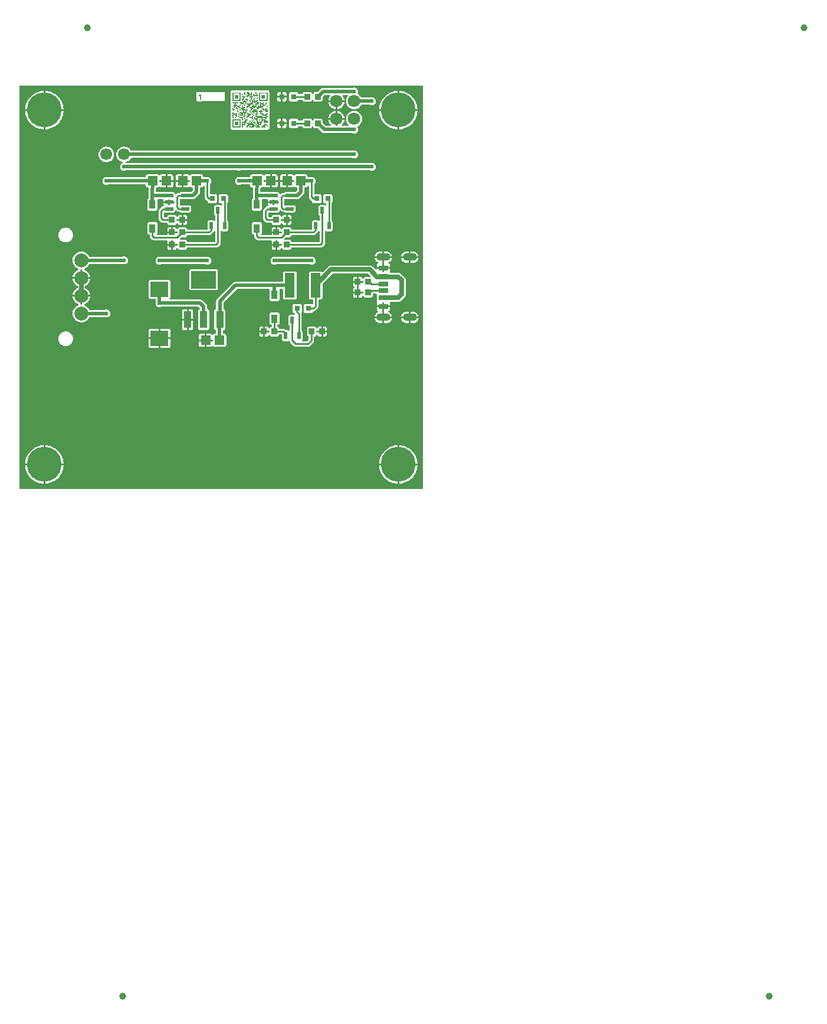
<source format=gtl>
G04 Layer: TopLayer*
G04 Panelize: Stamp Hole, Column: 2, Row: 2, Board Size: 58.42mm x 58.42mm, Panelized Board Size: 122.84mm x 122.84mm*
G04 EasyEDA v6.5.38, 2023-12-21 15:28:39*
G04 fd97eb0cb9c34c2b97cff67de17a6c99,5a6b42c53f6a479593ecc07194224c93,10*
G04 Gerber Generator version 0.2*
G04 Scale: 100 percent, Rotated: No, Reflected: No *
G04 Dimensions in millimeters *
G04 leading zeros omitted , absolute positions ,4 integer and 5 decimal *
%FSLAX45Y45*%
%MOMM*%

%AMMACRO1*21,1,$1,$2,0,0,$3*%
%ADD10C,0.1524*%
%ADD11C,0.5000*%
%ADD12C,0.2540*%
%ADD13C,0.6350*%
%ADD14MACRO1,1.35X1.41X90.0000*%
%ADD15MACRO1,0.864X0.8065X90.0000*%
%ADD16MACRO1,0.864X0.8065X-90.0000*%
%ADD17MACRO1,1.35X1.41X-90.0000*%
%ADD18R,0.9500X1.2000*%
%ADD19R,0.5320X1.0375*%
%ADD20MACRO1,0.864X0.8064X-90.0000*%
%ADD21R,0.8000X0.8000*%
%ADD22R,1.1570X0.4900*%
%ADD23R,1.1750X0.4900*%
%ADD24MACRO1,2.592X2.2075X0.0000*%
%ADD25R,2.5920X2.2075*%
%ADD26MACRO1,3.4992X1.4067X-90.0000*%
%ADD27R,1.0500X2.4650*%
%ADD28MACRO1,3.54X2.465X0.0000*%
%ADD29R,1.4000X0.8000*%
%ADD30C,1.0000*%
%ADD31O,1.9999959999999999X1.0999978000000001*%
%ADD32C,5.0000*%
%ADD33C,1.8000*%
%ADD34C,1.7000*%
%ADD35C,2.0000*%
%ADD36C,0.6096*%
%ADD37C,0.6200*%
%ADD38C,0.0171*%

%LPD*%
G36*
X5805932Y25908D02*
G01*
X36068Y26416D01*
X32156Y27178D01*
X28905Y29362D01*
X26670Y32664D01*
X25908Y36576D01*
X25908Y5805932D01*
X26670Y5809843D01*
X28905Y5813094D01*
X32156Y5815330D01*
X36068Y5816092D01*
X2555240Y5816092D01*
X2559151Y5815330D01*
X2562402Y5813094D01*
X2564638Y5809843D01*
X2565400Y5805932D01*
X2566162Y5809843D01*
X2568397Y5813094D01*
X2571648Y5815330D01*
X2575560Y5816092D01*
X3050540Y5816092D01*
X3054451Y5815330D01*
X3057702Y5813094D01*
X3059938Y5809843D01*
X3060700Y5805932D01*
X3061462Y5809843D01*
X3063697Y5813094D01*
X3066948Y5815330D01*
X3070860Y5816092D01*
X5805932Y5816092D01*
X5809843Y5815330D01*
X5813094Y5813094D01*
X5815330Y5809843D01*
X5816092Y5805932D01*
X5816092Y36068D01*
X5815330Y32207D01*
X5813094Y28905D01*
X5809843Y26670D01*
G37*

%LPC*%
G36*
X3722522Y5664200D02*
G01*
X3775710Y5664200D01*
X3775710Y5717387D01*
X3748989Y5717387D01*
X3742639Y5716676D01*
X3737203Y5714796D01*
X3732276Y5711698D01*
X3728212Y5707634D01*
X3725113Y5702706D01*
X3723233Y5697270D01*
X3722522Y5690920D01*
G37*
G36*
X5448300Y105613D02*
G01*
X5448300Y368300D01*
X5185410Y368300D01*
X5187289Y346405D01*
X5191150Y323646D01*
X5196890Y301244D01*
X5204460Y279450D01*
X5213858Y258317D01*
X5224983Y238099D01*
X5237784Y218846D01*
X5252161Y200710D01*
X5267960Y183896D01*
X5285130Y168402D01*
X5303520Y154432D01*
X5323027Y142087D01*
X5343499Y131368D01*
X5364835Y122428D01*
X5386781Y115265D01*
X5409285Y109982D01*
X5432145Y106629D01*
G37*
G36*
X368300Y105613D02*
G01*
X368300Y368300D01*
X105410Y368300D01*
X107289Y346405D01*
X111150Y323646D01*
X116890Y301244D01*
X124460Y279450D01*
X133858Y258317D01*
X144983Y238099D01*
X157784Y218846D01*
X172161Y200710D01*
X187960Y183896D01*
X205130Y168402D01*
X223520Y154432D01*
X243027Y142087D01*
X263499Y131368D01*
X284835Y122428D01*
X306781Y115265D01*
X329285Y109982D01*
X352145Y106629D01*
G37*
G36*
X5473700Y393700D02*
G01*
X5736336Y393700D01*
X5735929Y404063D01*
X5733034Y427024D01*
X5728208Y449630D01*
X5721553Y471728D01*
X5713018Y493217D01*
X5702757Y513892D01*
X5690819Y533704D01*
X5677204Y552348D01*
X5662117Y569874D01*
X5645607Y586028D01*
X5627827Y600760D01*
X5608828Y613968D01*
X5588812Y625500D01*
X5567934Y635355D01*
X5546242Y643382D01*
X5523992Y649630D01*
X5501284Y653948D01*
X5478322Y656336D01*
X5473700Y656437D01*
G37*
G36*
X393700Y393700D02*
G01*
X656336Y393700D01*
X655929Y404063D01*
X653034Y427024D01*
X648208Y449630D01*
X641553Y471728D01*
X633018Y493217D01*
X622757Y513892D01*
X610819Y533704D01*
X597204Y552348D01*
X582117Y569874D01*
X565607Y586028D01*
X547827Y600760D01*
X528828Y613968D01*
X508812Y625500D01*
X487934Y635355D01*
X466242Y643382D01*
X443992Y649630D01*
X421284Y653948D01*
X398322Y656336D01*
X393700Y656437D01*
G37*
G36*
X5185410Y393700D02*
G01*
X5448300Y393700D01*
X5448300Y656386D01*
X5432145Y655370D01*
X5409285Y652018D01*
X5386781Y646734D01*
X5364835Y639572D01*
X5343499Y630631D01*
X5323027Y619912D01*
X5303520Y607568D01*
X5285130Y593598D01*
X5267960Y578104D01*
X5252161Y561289D01*
X5237784Y543153D01*
X5224983Y523900D01*
X5213858Y503682D01*
X5204460Y482549D01*
X5196890Y460756D01*
X5191150Y438353D01*
X5187289Y415594D01*
G37*
G36*
X105410Y393700D02*
G01*
X368300Y393700D01*
X368300Y656386D01*
X352145Y655370D01*
X329285Y652018D01*
X306781Y646734D01*
X284835Y639572D01*
X263499Y630631D01*
X243027Y619912D01*
X223520Y607568D01*
X205130Y593598D01*
X187960Y578104D01*
X172161Y561289D01*
X157784Y543153D01*
X144983Y523900D01*
X133858Y503682D01*
X124460Y482549D01*
X116890Y460756D01*
X111150Y438353D01*
X107289Y415594D01*
G37*
G36*
X1902968Y2052574D02*
G01*
X2019300Y2052574D01*
X2019300Y2176170D01*
X1876501Y2176170D01*
X1876501Y2079091D01*
X1877212Y2072741D01*
X1879092Y2067306D01*
X1882190Y2062378D01*
X1886305Y2058314D01*
X1891182Y2055215D01*
X1896668Y2053285D01*
G37*
G36*
X2044700Y2052574D02*
G01*
X2161032Y2052574D01*
X2167331Y2053285D01*
X2172817Y2055215D01*
X2177694Y2058314D01*
X2181809Y2062378D01*
X2184857Y2067306D01*
X2186787Y2072741D01*
X2187498Y2079091D01*
X2187498Y2176170D01*
X2044700Y2176170D01*
G37*
G36*
X2624074Y2065578D02*
G01*
X2681274Y2065578D01*
X2681274Y2146300D01*
X2597607Y2146300D01*
X2597607Y2092045D01*
X2598318Y2085746D01*
X2600198Y2080260D01*
X2603296Y2075383D01*
X2607360Y2071268D01*
X2612288Y2068220D01*
X2617724Y2066289D01*
G37*
G36*
X2706674Y2065578D02*
G01*
X2763926Y2065578D01*
X2770225Y2066289D01*
X2775712Y2068220D01*
X2780588Y2071268D01*
X2784703Y2075383D01*
X2788208Y2079447D01*
X2791968Y2081022D01*
X2796032Y2081022D01*
X2799791Y2079447D01*
X2803296Y2075383D01*
X2807360Y2071268D01*
X2812288Y2068220D01*
X2817723Y2066289D01*
X2824073Y2065578D01*
X2963926Y2065578D01*
X2970225Y2066289D01*
X2975711Y2068220D01*
X2980588Y2071268D01*
X2984703Y2075383D01*
X2987802Y2080260D01*
X2989681Y2085746D01*
X2990392Y2092045D01*
X2990392Y2225903D01*
X2989681Y2232253D01*
X2987802Y2237689D01*
X2984703Y2242616D01*
X2980588Y2246680D01*
X2975711Y2249779D01*
X2970225Y2251710D01*
X2963926Y2252421D01*
X2955086Y2252421D01*
X2951175Y2253183D01*
X2947873Y2255367D01*
X2945688Y2258669D01*
X2944926Y2262581D01*
X2944926Y2298750D01*
X2945587Y2302357D01*
X2947466Y2305507D01*
X2950413Y2307793D01*
X2955239Y2309012D01*
X2960725Y2310892D01*
X2965602Y2313990D01*
X2969717Y2318105D01*
X2972765Y2322982D01*
X2974695Y2328468D01*
X2975406Y2334768D01*
X2975406Y2580132D01*
X2974695Y2586431D01*
X2972765Y2591917D01*
X2969717Y2596794D01*
X2965602Y2600909D01*
X2960725Y2603957D01*
X2954731Y2606090D01*
X2951175Y2608224D01*
X2948736Y2611628D01*
X2947924Y2615692D01*
X2947924Y2693873D01*
X2948686Y2697784D01*
X2950870Y2701086D01*
X3142335Y2892501D01*
X3145586Y2894736D01*
X3149498Y2895498D01*
X3603193Y2895498D01*
X3607003Y2894736D01*
X3610203Y2892653D01*
X3612438Y2889504D01*
X3613353Y2885795D01*
X3612794Y2881985D01*
X3611168Y2877362D01*
X3610457Y2871012D01*
X3610457Y2752140D01*
X3611168Y2745841D01*
X3613099Y2740355D01*
X3616147Y2735478D01*
X3620262Y2731363D01*
X3625138Y2728315D01*
X3630625Y2726385D01*
X3636924Y2725674D01*
X3730802Y2725674D01*
X3737101Y2726385D01*
X3742588Y2728315D01*
X3747465Y2731363D01*
X3751579Y2735478D01*
X3754678Y2740355D01*
X3756558Y2745841D01*
X3757269Y2752140D01*
X3757269Y2871012D01*
X3756558Y2877362D01*
X3754932Y2881985D01*
X3754374Y2885795D01*
X3755288Y2889504D01*
X3757523Y2892653D01*
X3760774Y2894736D01*
X3764534Y2895498D01*
X3797655Y2895498D01*
X3801567Y2894736D01*
X3804818Y2892501D01*
X3807053Y2889199D01*
X3807815Y2885338D01*
X3807815Y2772003D01*
X3808526Y2765653D01*
X3810457Y2760218D01*
X3813505Y2755341D01*
X3817620Y2751226D01*
X3822496Y2748127D01*
X3827983Y2746248D01*
X3834282Y2745536D01*
X3973829Y2745536D01*
X3980129Y2746248D01*
X3985615Y2748127D01*
X3990492Y2751226D01*
X3994607Y2755341D01*
X3997655Y2760218D01*
X3999585Y2765653D01*
X4000296Y2772003D01*
X4000296Y3120796D01*
X3999585Y3127095D01*
X3997655Y3132582D01*
X3994607Y3137458D01*
X3990492Y3141573D01*
X3985615Y3144621D01*
X3980129Y3146552D01*
X3973829Y3147263D01*
X3834282Y3147263D01*
X3827983Y3146552D01*
X3822496Y3144621D01*
X3817620Y3141573D01*
X3813505Y3137458D01*
X3810457Y3132582D01*
X3808526Y3127095D01*
X3807815Y3120796D01*
X3807815Y3007461D01*
X3807053Y3003550D01*
X3804818Y3000298D01*
X3801567Y2998063D01*
X3797655Y2997301D01*
X3708908Y2997301D01*
X3704640Y2998266D01*
X3702253Y2999333D01*
X3692804Y3001873D01*
X3683000Y3002737D01*
X3673195Y3001873D01*
X3663746Y2999333D01*
X3661359Y2998266D01*
X3657092Y2997301D01*
X3124403Y2997301D01*
X3119780Y2997098D01*
X3115360Y2996539D01*
X3111042Y2995574D01*
X3106775Y2994202D01*
X3102711Y2992526D01*
X3098749Y2990494D01*
X3094990Y2988106D01*
X3091484Y2985363D01*
X3088030Y2982214D01*
X2861157Y2755341D01*
X2858008Y2751886D01*
X2855315Y2748381D01*
X2852928Y2744622D01*
X2850845Y2740710D01*
X2849168Y2736596D01*
X2847848Y2732379D01*
X2846882Y2728010D01*
X2846273Y2723642D01*
X2846070Y2718968D01*
X2846070Y2615692D01*
X2845257Y2611628D01*
X2842818Y2608224D01*
X2839262Y2606090D01*
X2833268Y2603957D01*
X2828391Y2600909D01*
X2824276Y2596794D01*
X2821228Y2591917D01*
X2819298Y2586431D01*
X2818587Y2580132D01*
X2818587Y2334768D01*
X2819298Y2328468D01*
X2821228Y2322982D01*
X2824276Y2318105D01*
X2828391Y2313990D01*
X2833268Y2310892D01*
X2836265Y2309876D01*
X2839821Y2307691D01*
X2842260Y2304338D01*
X2843072Y2300274D01*
X2843072Y2262581D01*
X2842310Y2258669D01*
X2840126Y2255367D01*
X2836824Y2253183D01*
X2832912Y2252421D01*
X2824073Y2252421D01*
X2817723Y2251710D01*
X2812288Y2249779D01*
X2807360Y2246680D01*
X2803296Y2242616D01*
X2799791Y2238552D01*
X2796032Y2236978D01*
X2791968Y2236978D01*
X2788208Y2238552D01*
X2784703Y2242616D01*
X2780588Y2246680D01*
X2775712Y2249779D01*
X2770225Y2251710D01*
X2763926Y2252421D01*
X2706674Y2252421D01*
X2706674Y2171700D01*
X2787446Y2171700D01*
X2791307Y2170938D01*
X2794609Y2168702D01*
X2796794Y2165400D01*
X2797606Y2161540D01*
X2797606Y2156460D01*
X2796794Y2152548D01*
X2794609Y2149246D01*
X2791307Y2147062D01*
X2787446Y2146300D01*
X2706674Y2146300D01*
G37*
G36*
X3988257Y2069592D02*
G01*
X4165092Y2069592D01*
X4173118Y2070354D01*
X4180332Y2072589D01*
X4186986Y2076145D01*
X4193235Y2081225D01*
X4239564Y2127554D01*
X4244644Y2133803D01*
X4248200Y2140458D01*
X4250436Y2147671D01*
X4251198Y2155698D01*
X4251198Y2207158D01*
X4251858Y2210765D01*
X4253788Y2213914D01*
X4256684Y2216150D01*
X4260240Y2217267D01*
X4263339Y2217572D01*
X4268825Y2219502D01*
X4273702Y2222601D01*
X4277817Y2226665D01*
X4280865Y2231593D01*
X4282998Y2237638D01*
X4285132Y2241194D01*
X4288536Y2243632D01*
X4292600Y2244445D01*
X4296664Y2243632D01*
X4300016Y2241194D01*
X4302201Y2237638D01*
X4304284Y2231593D01*
X4307382Y2226665D01*
X4311497Y2222601D01*
X4316374Y2219502D01*
X4321860Y2217572D01*
X4328160Y2216861D01*
X4355236Y2216861D01*
X4355236Y2273300D01*
X4293666Y2273300D01*
X4289755Y2274062D01*
X4286453Y2276246D01*
X4284268Y2279548D01*
X4283506Y2283460D01*
X4283506Y2288540D01*
X4284268Y2292400D01*
X4286453Y2295702D01*
X4289755Y2297938D01*
X4293666Y2298700D01*
X4355236Y2298700D01*
X4355236Y2355088D01*
X4328160Y2355088D01*
X4321860Y2354376D01*
X4316374Y2352497D01*
X4311497Y2349398D01*
X4307382Y2345283D01*
X4304284Y2340406D01*
X4302201Y2334310D01*
X4300016Y2330754D01*
X4296664Y2328367D01*
X4292600Y2327503D01*
X4288536Y2328367D01*
X4285132Y2330754D01*
X4282998Y2334310D01*
X4280865Y2340406D01*
X4277817Y2345283D01*
X4273702Y2349398D01*
X4268825Y2352497D01*
X4263339Y2354376D01*
X4257040Y2355088D01*
X4177537Y2355088D01*
X4171187Y2354376D01*
X4165752Y2352497D01*
X4160824Y2349398D01*
X4156760Y2345283D01*
X4153662Y2340406D01*
X4151731Y2334920D01*
X4151020Y2328621D01*
X4151020Y2243378D01*
X4151731Y2237028D01*
X4153662Y2231593D01*
X4156760Y2226665D01*
X4160824Y2222601D01*
X4165752Y2219502D01*
X4167174Y2218994D01*
X4170730Y2216861D01*
X4173169Y2213457D01*
X4173982Y2209393D01*
X4173982Y2175408D01*
X4173220Y2171496D01*
X4171035Y2168245D01*
X4152544Y2149754D01*
X4149293Y2147570D01*
X4145381Y2146808D01*
X4089704Y2146808D01*
X4085488Y2147722D01*
X4082084Y2150262D01*
X4080001Y2154021D01*
X4079646Y2158339D01*
X4081119Y2162352D01*
X4081881Y2163572D01*
X4083761Y2169058D01*
X4084472Y2175357D01*
X4084472Y2277973D01*
X4083761Y2284272D01*
X4081881Y2289759D01*
X4078833Y2294585D01*
X4073651Y2299665D01*
X4071365Y2303018D01*
X4070604Y2306929D01*
X4070604Y2539492D01*
X4069791Y2547518D01*
X4068572Y2551480D01*
X4068267Y2555798D01*
X4069740Y2559862D01*
X4072737Y2564638D01*
X4074617Y2570073D01*
X4075328Y2576423D01*
X4075328Y2655265D01*
X4074617Y2661615D01*
X4072737Y2667050D01*
X4069638Y2671978D01*
X4065574Y2676042D01*
X4060647Y2679141D01*
X4055211Y2681020D01*
X4048861Y2681732D01*
X3970020Y2681732D01*
X3963670Y2681020D01*
X3958234Y2679141D01*
X3953306Y2676042D01*
X3949242Y2671978D01*
X3946144Y2667050D01*
X3944264Y2661615D01*
X3943553Y2655265D01*
X3943553Y2576423D01*
X3944264Y2570073D01*
X3946144Y2564638D01*
X3949242Y2559710D01*
X3953306Y2555646D01*
X3958234Y2552547D01*
X3963670Y2550668D01*
X3968750Y2549347D01*
X3971798Y2546858D01*
X3976827Y2540711D01*
X3978706Y2537155D01*
X3979062Y2533192D01*
X3977894Y2529382D01*
X3975354Y2526334D01*
X3971798Y2524506D01*
X3967835Y2524150D01*
X3963009Y2524709D01*
X3910939Y2524709D01*
X3904640Y2523998D01*
X3899154Y2522067D01*
X3894277Y2518968D01*
X3890162Y2514904D01*
X3887114Y2509977D01*
X3885184Y2504541D01*
X3884472Y2498242D01*
X3884472Y2395626D01*
X3885184Y2389276D01*
X3887114Y2383840D01*
X3890162Y2378964D01*
X3895344Y2373884D01*
X3897579Y2370582D01*
X3898392Y2366619D01*
X3898392Y2308504D01*
X3897477Y2304338D01*
X3894886Y2300884D01*
X3891127Y2298801D01*
X3886860Y2298446D01*
X3882796Y2299919D01*
X3879799Y2301849D01*
X3874312Y2303729D01*
X3868013Y2304440D01*
X3850335Y2304440D01*
X3846423Y2305202D01*
X3843172Y2307437D01*
X3837635Y2312924D01*
X3831386Y2318054D01*
X3824732Y2321610D01*
X3817518Y2323795D01*
X3809492Y2324608D01*
X3757879Y2324608D01*
X3754272Y2325268D01*
X3751122Y2327198D01*
X3748836Y2330094D01*
X3747617Y2334920D01*
X3745737Y2340406D01*
X3742639Y2345283D01*
X3738575Y2349398D01*
X3733647Y2352497D01*
X3728415Y2354326D01*
X3724859Y2356459D01*
X3722471Y2359812D01*
X3721608Y2363876D01*
X3721608Y2375560D01*
X3722268Y2379167D01*
X3724198Y2382316D01*
X3727094Y2384602D01*
X3730650Y2385669D01*
X3737101Y2386380D01*
X3742588Y2388311D01*
X3747465Y2391410D01*
X3751579Y2395474D01*
X3754678Y2400401D01*
X3756558Y2405837D01*
X3757269Y2412187D01*
X3757269Y2531008D01*
X3756558Y2537358D01*
X3754678Y2542794D01*
X3751579Y2547721D01*
X3747465Y2551785D01*
X3742588Y2554884D01*
X3737101Y2556764D01*
X3730802Y2557475D01*
X3636924Y2557475D01*
X3630625Y2556764D01*
X3625138Y2554884D01*
X3620262Y2551785D01*
X3616147Y2547721D01*
X3613099Y2542794D01*
X3611168Y2537358D01*
X3610457Y2531008D01*
X3610457Y2412187D01*
X3611168Y2405837D01*
X3613099Y2400401D01*
X3616147Y2395474D01*
X3620262Y2391410D01*
X3625138Y2388311D01*
X3630625Y2386380D01*
X3635349Y2385872D01*
X3638905Y2384806D01*
X3641801Y2382520D01*
X3643731Y2379370D01*
X3644392Y2375763D01*
X3644392Y2364384D01*
X3643528Y2360320D01*
X3641090Y2356916D01*
X3637483Y2354783D01*
X3630523Y2352446D01*
X3625697Y2349398D01*
X3621582Y2345283D01*
X3618484Y2340406D01*
X3616401Y2334310D01*
X3614216Y2330754D01*
X3610864Y2328367D01*
X3606800Y2327503D01*
X3602736Y2328367D01*
X3599332Y2330754D01*
X3597198Y2334310D01*
X3595065Y2340406D01*
X3592017Y2345283D01*
X3587902Y2349398D01*
X3583025Y2352497D01*
X3577539Y2354376D01*
X3571240Y2355088D01*
X3544163Y2355088D01*
X3544163Y2298700D01*
X3605733Y2298700D01*
X3609594Y2297938D01*
X3612896Y2295702D01*
X3615131Y2292400D01*
X3615893Y2288540D01*
X3615893Y2283460D01*
X3615131Y2279548D01*
X3612896Y2276246D01*
X3609594Y2274062D01*
X3605733Y2273300D01*
X3544163Y2273300D01*
X3544163Y2216861D01*
X3571240Y2216861D01*
X3577539Y2217572D01*
X3583025Y2219502D01*
X3587902Y2222601D01*
X3592017Y2226665D01*
X3595065Y2231593D01*
X3597198Y2237638D01*
X3599332Y2241194D01*
X3602736Y2243632D01*
X3606800Y2244445D01*
X3610864Y2243632D01*
X3614216Y2241194D01*
X3616401Y2237638D01*
X3618484Y2231593D01*
X3621582Y2226665D01*
X3625697Y2222601D01*
X3630574Y2219502D01*
X3636060Y2217572D01*
X3642360Y2216861D01*
X3721862Y2216861D01*
X3728212Y2217572D01*
X3733647Y2219502D01*
X3738575Y2222601D01*
X3742639Y2226665D01*
X3745737Y2231593D01*
X3747617Y2237028D01*
X3748836Y2241905D01*
X3751122Y2244801D01*
X3754272Y2246731D01*
X3757879Y2247392D01*
X3779316Y2247392D01*
X3783228Y2246630D01*
X3786479Y2244394D01*
X3788714Y2241092D01*
X3789476Y2237232D01*
X3789476Y2175357D01*
X3790187Y2169058D01*
X3792118Y2163572D01*
X3795166Y2158695D01*
X3799281Y2154580D01*
X3804158Y2151481D01*
X3809644Y2149602D01*
X3815943Y2148890D01*
X3868013Y2148890D01*
X3874312Y2149602D01*
X3879799Y2151481D01*
X3884777Y2154631D01*
X3888232Y2156002D01*
X3891940Y2156053D01*
X3895445Y2154732D01*
X3898239Y2152294D01*
X3899915Y2148992D01*
X3901389Y2144217D01*
X3904945Y2137562D01*
X3910025Y2131314D01*
X3960114Y2081225D01*
X3966362Y2076145D01*
X3973017Y2072589D01*
X3980281Y2070354D01*
G37*
G36*
X685800Y2077212D02*
G01*
X699617Y2078126D01*
X713181Y2080818D01*
X726338Y2085289D01*
X738733Y2091385D01*
X750265Y2099106D01*
X760679Y2108250D01*
X769823Y2118664D01*
X777494Y2130145D01*
X783640Y2142591D01*
X788060Y2155698D01*
X790803Y2169261D01*
X791667Y2183079D01*
X790803Y2196947D01*
X788060Y2210511D01*
X783640Y2223617D01*
X777494Y2236063D01*
X769823Y2247544D01*
X760679Y2257958D01*
X750265Y2267102D01*
X738733Y2274824D01*
X726338Y2280920D01*
X713181Y2285390D01*
X699617Y2288082D01*
X685800Y2288997D01*
X671982Y2288082D01*
X658418Y2285390D01*
X645261Y2280920D01*
X632866Y2274824D01*
X621334Y2267102D01*
X610920Y2257958D01*
X601776Y2247544D01*
X594106Y2236063D01*
X587959Y2223617D01*
X583539Y2210511D01*
X580796Y2196947D01*
X579932Y2183079D01*
X580796Y2169261D01*
X583539Y2155698D01*
X587959Y2142591D01*
X594106Y2130145D01*
X601776Y2118664D01*
X610920Y2108250D01*
X621334Y2099106D01*
X632866Y2091385D01*
X645261Y2085289D01*
X658418Y2080818D01*
X671982Y2078126D01*
G37*
G36*
X2597607Y2171700D02*
G01*
X2681274Y2171700D01*
X2681274Y2252421D01*
X2624074Y2252421D01*
X2617724Y2251710D01*
X2612288Y2249779D01*
X2607360Y2246680D01*
X2603296Y2242616D01*
X2600198Y2237689D01*
X2598318Y2232253D01*
X2597607Y2225903D01*
G37*
G36*
X1876501Y2201570D02*
G01*
X2019300Y2201570D01*
X2019300Y2325166D01*
X1902968Y2325166D01*
X1896668Y2324455D01*
X1891182Y2322525D01*
X1886305Y2319426D01*
X1882190Y2315362D01*
X1879092Y2310434D01*
X1877212Y2304999D01*
X1876501Y2298649D01*
G37*
G36*
X2044700Y2201570D02*
G01*
X2187498Y2201570D01*
X2187498Y2298649D01*
X2186787Y2304999D01*
X2184857Y2310434D01*
X2181809Y2315362D01*
X2177694Y2319426D01*
X2172817Y2322525D01*
X2167331Y2324455D01*
X2161032Y2325166D01*
X2044700Y2325166D01*
G37*
G36*
X4380636Y2216861D02*
G01*
X4407662Y2216861D01*
X4414012Y2217572D01*
X4419447Y2219502D01*
X4424375Y2222601D01*
X4428439Y2226665D01*
X4431538Y2231593D01*
X4433417Y2237028D01*
X4434128Y2243378D01*
X4434128Y2273300D01*
X4380636Y2273300D01*
G37*
G36*
X3491737Y2216861D02*
G01*
X3518763Y2216861D01*
X3518763Y2273300D01*
X3465220Y2273300D01*
X3465220Y2243378D01*
X3465931Y2237028D01*
X3467862Y2231593D01*
X3470960Y2226665D01*
X3475024Y2222601D01*
X3479952Y2219502D01*
X3485387Y2217572D01*
G37*
G36*
X3465220Y2298700D02*
G01*
X3518763Y2298700D01*
X3518763Y2355088D01*
X3491737Y2355088D01*
X3485387Y2354376D01*
X3479952Y2352497D01*
X3475024Y2349398D01*
X3470960Y2345283D01*
X3467862Y2340406D01*
X3465931Y2334920D01*
X3465220Y2328621D01*
G37*
G36*
X4380636Y2298700D02*
G01*
X4434128Y2298700D01*
X4434128Y2328621D01*
X4433417Y2334920D01*
X4431538Y2340406D01*
X4428439Y2345283D01*
X4424375Y2349398D01*
X4419447Y2352497D01*
X4414012Y2354376D01*
X4407662Y2355088D01*
X4380636Y2355088D01*
G37*
G36*
X2449677Y2308301D02*
G01*
X2488946Y2308301D01*
X2495245Y2309012D01*
X2500731Y2310892D01*
X2505608Y2313990D01*
X2509723Y2318105D01*
X2512771Y2322982D01*
X2514701Y2328468D01*
X2515412Y2334768D01*
X2515412Y2444750D01*
X2449677Y2444750D01*
G37*
G36*
X2385060Y2308301D02*
G01*
X2424277Y2308301D01*
X2424277Y2444750D01*
X2358593Y2444750D01*
X2358593Y2334768D01*
X2359304Y2328468D01*
X2361234Y2322982D01*
X2364282Y2318105D01*
X2368397Y2313990D01*
X2373274Y2310892D01*
X2378760Y2309012D01*
G37*
G36*
X2615082Y2308301D02*
G01*
X2718917Y2308301D01*
X2725267Y2309012D01*
X2730703Y2310892D01*
X2735630Y2313990D01*
X2739694Y2318105D01*
X2742793Y2322982D01*
X2744673Y2328468D01*
X2745384Y2334768D01*
X2745384Y2580132D01*
X2744673Y2586431D01*
X2742793Y2591917D01*
X2739694Y2596794D01*
X2735630Y2600909D01*
X2730703Y2603957D01*
X2724708Y2606090D01*
X2721152Y2608224D01*
X2718765Y2611628D01*
X2717901Y2615692D01*
X2717901Y2641396D01*
X2717698Y2646019D01*
X2717139Y2650439D01*
X2716174Y2654757D01*
X2714853Y2659024D01*
X2713126Y2663088D01*
X2711094Y2667050D01*
X2708706Y2670810D01*
X2706014Y2674315D01*
X2702864Y2677769D01*
X2652369Y2728214D01*
X2648915Y2731363D01*
X2645410Y2734106D01*
X2641650Y2736494D01*
X2637688Y2738526D01*
X2633624Y2740202D01*
X2629357Y2741574D01*
X2625039Y2742539D01*
X2620619Y2743098D01*
X2615996Y2743301D01*
X2185009Y2743301D01*
X2181098Y2744063D01*
X2177796Y2746298D01*
X2175611Y2749550D01*
X2174849Y2753461D01*
X2175611Y2757373D01*
X2177796Y2760624D01*
X2181809Y2764637D01*
X2184857Y2769514D01*
X2186787Y2775000D01*
X2187498Y2781300D01*
X2187498Y3000908D01*
X2186787Y3007258D01*
X2184857Y3012694D01*
X2181809Y3017621D01*
X2177694Y3021685D01*
X2172817Y3024784D01*
X2167331Y3026714D01*
X2161032Y3027426D01*
X1902968Y3027426D01*
X1896668Y3026714D01*
X1891182Y3024784D01*
X1886305Y3021685D01*
X1882190Y3017621D01*
X1879092Y3012694D01*
X1877212Y3007258D01*
X1876501Y3000908D01*
X1876501Y2781300D01*
X1877212Y2775000D01*
X1879092Y2769514D01*
X1882190Y2764637D01*
X1886305Y2760522D01*
X1891182Y2757474D01*
X1896668Y2755544D01*
X1902968Y2754833D01*
X1970938Y2754833D01*
X1974799Y2754071D01*
X1978101Y2751836D01*
X1980336Y2748584D01*
X1981098Y2744673D01*
X1981098Y2718308D01*
X1980133Y2713990D01*
X1979066Y2711653D01*
X1976526Y2702204D01*
X1975662Y2692400D01*
X1976526Y2682595D01*
X1979066Y2673146D01*
X1983181Y2664206D01*
X1988820Y2656179D01*
X1995779Y2649220D01*
X2003806Y2643581D01*
X2012746Y2639466D01*
X2022195Y2636926D01*
X2032000Y2636062D01*
X2041804Y2636926D01*
X2051253Y2639466D01*
X2053589Y2640533D01*
X2057907Y2641498D01*
X2590901Y2641498D01*
X2594813Y2640736D01*
X2598064Y2638501D01*
X2613101Y2623464D01*
X2615336Y2620162D01*
X2616098Y2615692D01*
X2615234Y2611628D01*
X2612847Y2608224D01*
X2609291Y2606090D01*
X2603296Y2603957D01*
X2598369Y2600909D01*
X2594305Y2596794D01*
X2591206Y2591917D01*
X2589276Y2586431D01*
X2588564Y2580132D01*
X2588564Y2334768D01*
X2589276Y2328468D01*
X2591206Y2322982D01*
X2594305Y2318105D01*
X2598369Y2313990D01*
X2603296Y2310892D01*
X2608732Y2309012D01*
G37*
G36*
X5201056Y2408072D02*
G01*
X5232958Y2408072D01*
X5232958Y2476296D01*
X5120894Y2476296D01*
X5123078Y2466187D01*
X5127091Y2455418D01*
X5132628Y2445258D01*
X5139537Y2436012D01*
X5147716Y2427884D01*
X5156962Y2420975D01*
X5167071Y2415438D01*
X5177891Y2411374D01*
X5189169Y2408936D01*
G37*
G36*
X5581040Y2408072D02*
G01*
X5612993Y2408072D01*
X5612993Y2476296D01*
X5500878Y2476296D01*
X5503062Y2466187D01*
X5507075Y2455418D01*
X5512612Y2445258D01*
X5519572Y2436012D01*
X5527700Y2427884D01*
X5536946Y2420975D01*
X5547055Y2415438D01*
X5557875Y2411374D01*
X5569153Y2408936D01*
G37*
G36*
X5638393Y2408072D02*
G01*
X5670296Y2408072D01*
X5682183Y2408936D01*
X5693460Y2411374D01*
X5704281Y2415438D01*
X5714390Y2420975D01*
X5723636Y2427884D01*
X5731814Y2436012D01*
X5738723Y2445258D01*
X5744260Y2455418D01*
X5748274Y2466187D01*
X5750458Y2476296D01*
X5638393Y2476296D01*
G37*
G36*
X5258358Y2408072D02*
G01*
X5290312Y2408072D01*
X5302199Y2408936D01*
X5313476Y2411374D01*
X5324297Y2415438D01*
X5334406Y2420975D01*
X5343652Y2427884D01*
X5351780Y2436012D01*
X5358739Y2445258D01*
X5364226Y2455418D01*
X5368290Y2466187D01*
X5370474Y2476296D01*
X5258358Y2476296D01*
G37*
G36*
X910793Y2419858D02*
G01*
X925982Y2420772D01*
X940917Y2423515D01*
X955446Y2428036D01*
X969314Y2434285D01*
X982319Y2442108D01*
X994308Y2451506D01*
X1005027Y2462276D01*
X1014425Y2474214D01*
X1022299Y2487218D01*
X1023010Y2488844D01*
X1025245Y2491994D01*
X1028496Y2494127D01*
X1032306Y2494838D01*
X1243025Y2494686D01*
X1246784Y2493975D01*
X1253337Y2491333D01*
X1262786Y2489301D01*
X1272438Y2488895D01*
X1281988Y2490114D01*
X1291183Y2492959D01*
X1299819Y2497277D01*
X1307592Y2503017D01*
X1314246Y2509977D01*
X1319631Y2518003D01*
X1323644Y2526792D01*
X1326032Y2536088D01*
X1326896Y2545689D01*
X1326032Y2555341D01*
X1323644Y2564638D01*
X1319631Y2573426D01*
X1314246Y2581452D01*
X1307592Y2588412D01*
X1299819Y2594152D01*
X1291183Y2598470D01*
X1281988Y2601315D01*
X1272438Y2602534D01*
X1262786Y2602128D01*
X1253337Y2600096D01*
X1246276Y2597251D01*
X1242466Y2596540D01*
X1032256Y2596642D01*
X1028446Y2597404D01*
X1025194Y2599486D01*
X1014425Y2617266D01*
X1005027Y2629204D01*
X994308Y2639974D01*
X982319Y2649321D01*
X969314Y2657195D01*
X955395Y2663444D01*
X952246Y2665679D01*
X950112Y2668930D01*
X949401Y2672740D01*
X950112Y2676550D01*
X952246Y2679750D01*
X955395Y2681986D01*
X969314Y2688285D01*
X982319Y2696108D01*
X994308Y2705506D01*
X1005027Y2716276D01*
X1014425Y2728214D01*
X1022299Y2741218D01*
X1028496Y2755087D01*
X1033018Y2769616D01*
X1035761Y2784551D01*
X1035913Y2787040D01*
X923493Y2787040D01*
X923493Y2681630D01*
X922731Y2677769D01*
X920546Y2674467D01*
X917244Y2672283D01*
X913333Y2671470D01*
X908253Y2671470D01*
X904392Y2672283D01*
X901090Y2674467D01*
X898906Y2677769D01*
X898093Y2681630D01*
X898093Y2787040D01*
X785672Y2787040D01*
X785825Y2784551D01*
X788568Y2769616D01*
X793089Y2755087D01*
X799338Y2741218D01*
X807212Y2728214D01*
X816559Y2716276D01*
X827328Y2705506D01*
X839317Y2696108D01*
X852322Y2688285D01*
X866241Y2681986D01*
X869391Y2679750D01*
X871474Y2676550D01*
X872236Y2672740D01*
X871474Y2668930D01*
X869391Y2665679D01*
X866241Y2663444D01*
X852322Y2657195D01*
X839317Y2649321D01*
X827328Y2639974D01*
X816559Y2629204D01*
X807212Y2617266D01*
X799338Y2604211D01*
X793089Y2590393D01*
X788568Y2575864D01*
X785825Y2560929D01*
X784910Y2545740D01*
X785825Y2530551D01*
X788568Y2515616D01*
X793089Y2501087D01*
X799338Y2487218D01*
X807212Y2474214D01*
X816559Y2462276D01*
X827328Y2451506D01*
X839317Y2442108D01*
X852322Y2434285D01*
X866190Y2428036D01*
X880668Y2423515D01*
X895654Y2420772D01*
G37*
G36*
X2358593Y2470150D02*
G01*
X2424277Y2470150D01*
X2424277Y2606598D01*
X2385060Y2606598D01*
X2378760Y2605887D01*
X2373274Y2603957D01*
X2368397Y2600909D01*
X2364282Y2596794D01*
X2361234Y2591917D01*
X2359304Y2586431D01*
X2358593Y2580132D01*
G37*
G36*
X2449677Y2470150D02*
G01*
X2515412Y2470150D01*
X2515412Y2580132D01*
X2514701Y2586431D01*
X2512771Y2591917D01*
X2509723Y2596794D01*
X2505608Y2600909D01*
X2500731Y2603957D01*
X2495245Y2605887D01*
X2488946Y2606598D01*
X2449677Y2606598D01*
G37*
G36*
X5500878Y2501696D02*
G01*
X5612993Y2501696D01*
X5612993Y2569921D01*
X5581040Y2569921D01*
X5569153Y2569057D01*
X5557875Y2566619D01*
X5547055Y2562555D01*
X5536946Y2557018D01*
X5527700Y2550109D01*
X5519572Y2541981D01*
X5512612Y2532735D01*
X5507075Y2522575D01*
X5503062Y2511806D01*
G37*
G36*
X5638393Y2501696D02*
G01*
X5750458Y2501696D01*
X5748274Y2511806D01*
X5744260Y2522575D01*
X5738723Y2532735D01*
X5731814Y2541981D01*
X5723636Y2550109D01*
X5714390Y2557018D01*
X5704281Y2562555D01*
X5693460Y2566619D01*
X5682183Y2569057D01*
X5670296Y2569921D01*
X5638393Y2569921D01*
G37*
G36*
X5120894Y2501696D02*
G01*
X5232958Y2501696D01*
X5232958Y2633268D01*
X5149748Y2633268D01*
X5149748Y2606548D01*
X5150459Y2600248D01*
X5152390Y2594762D01*
X5155488Y2589885D01*
X5159552Y2585770D01*
X5164480Y2582722D01*
X5167122Y2581757D01*
X5170678Y2579674D01*
X5173065Y2576322D01*
X5173929Y2572308D01*
X5173116Y2568244D01*
X5170830Y2564841D01*
X5167071Y2562555D01*
X5156962Y2557018D01*
X5147716Y2550109D01*
X5139537Y2541981D01*
X5132628Y2532735D01*
X5127091Y2522575D01*
X5123078Y2511806D01*
G37*
G36*
X5258358Y2501696D02*
G01*
X5370474Y2501696D01*
X5368290Y2511806D01*
X5364226Y2522575D01*
X5358739Y2532735D01*
X5351780Y2541981D01*
X5343652Y2550109D01*
X5334406Y2557018D01*
X5324043Y2562656D01*
X5320538Y2564841D01*
X5318201Y2568244D01*
X5317439Y2572308D01*
X5318302Y2576322D01*
X5320690Y2579674D01*
X5324246Y2581757D01*
X5326888Y2582722D01*
X5331764Y2585770D01*
X5335879Y2589885D01*
X5338978Y2594762D01*
X5340858Y2600248D01*
X5341569Y2606548D01*
X5341569Y2633268D01*
X5258358Y2633268D01*
G37*
G36*
X4129887Y2550617D02*
G01*
X4208780Y2550617D01*
X4215079Y2551328D01*
X4220565Y2553258D01*
X4225442Y2556357D01*
X4229557Y2560421D01*
X4232605Y2565349D01*
X4234586Y2571038D01*
X4236516Y2574340D01*
X4239514Y2576677D01*
X4243222Y2577795D01*
X4249318Y2578354D01*
X4256532Y2580589D01*
X4263186Y2584145D01*
X4269435Y2589225D01*
X4301642Y2621483D01*
X4306773Y2627680D01*
X4310329Y2634335D01*
X4312513Y2641600D01*
X4313326Y2649626D01*
X4313326Y2735376D01*
X4314088Y2739237D01*
X4316272Y2742539D01*
X4319574Y2744724D01*
X4323486Y2745536D01*
X4344466Y2745536D01*
X4350816Y2746248D01*
X4356252Y2748127D01*
X4361180Y2751226D01*
X4365244Y2755341D01*
X4368342Y2760218D01*
X4370273Y2765653D01*
X4370984Y2772003D01*
X4370984Y2964434D01*
X4371746Y2968294D01*
X4373930Y2971596D01*
X4516729Y3114344D01*
X4519980Y3116580D01*
X4523892Y3117342D01*
X5026507Y3117342D01*
X5030419Y3116580D01*
X5033670Y3114344D01*
X5064404Y3083661D01*
X5066639Y3080359D01*
X5067401Y3076448D01*
X5066639Y3072587D01*
X5064404Y3069285D01*
X5061102Y3067100D01*
X5057241Y3066288D01*
X4988560Y3066288D01*
X4982260Y3065576D01*
X4976774Y3063697D01*
X4971897Y3060598D01*
X4967782Y3056483D01*
X4964684Y3051606D01*
X4962601Y3045510D01*
X4960416Y3041954D01*
X4957064Y3039567D01*
X4953000Y3038754D01*
X4948936Y3039567D01*
X4945532Y3041954D01*
X4943398Y3045510D01*
X4941265Y3051606D01*
X4938217Y3056483D01*
X4934102Y3060598D01*
X4929225Y3063697D01*
X4923739Y3065576D01*
X4917440Y3066288D01*
X4890363Y3066288D01*
X4890363Y3009900D01*
X4951933Y3009900D01*
X4955794Y3009138D01*
X4959096Y3006902D01*
X4961331Y3003600D01*
X4962093Y2999740D01*
X4962093Y2994660D01*
X4961331Y2990748D01*
X4959096Y2987446D01*
X4955794Y2985262D01*
X4951933Y2984500D01*
X4890363Y2984500D01*
X4890363Y2857500D01*
X4951933Y2857500D01*
X4955794Y2856738D01*
X4959096Y2854502D01*
X4961331Y2851200D01*
X4962093Y2847340D01*
X4962093Y2842260D01*
X4961331Y2838348D01*
X4959096Y2835046D01*
X4955794Y2832862D01*
X4951933Y2832100D01*
X4890363Y2832100D01*
X4890363Y2775661D01*
X4917440Y2775661D01*
X4923739Y2776423D01*
X4929225Y2778302D01*
X4934102Y2781401D01*
X4938217Y2785465D01*
X4941265Y2790393D01*
X4943398Y2796438D01*
X4945532Y2799994D01*
X4948936Y2802432D01*
X4953000Y2803245D01*
X4957064Y2802432D01*
X4960416Y2799994D01*
X4962601Y2796438D01*
X4964684Y2790393D01*
X4967782Y2785465D01*
X4971897Y2781401D01*
X4976774Y2778302D01*
X4982260Y2776423D01*
X4988560Y2775661D01*
X5068062Y2775661D01*
X5074412Y2776423D01*
X5079847Y2778302D01*
X5084775Y2781401D01*
X5088839Y2785465D01*
X5091938Y2790393D01*
X5093817Y2795828D01*
X5094528Y2802178D01*
X5094528Y2822194D01*
X5095341Y2826105D01*
X5097526Y2829407D01*
X5100828Y2831592D01*
X5104688Y2832354D01*
X5141010Y2832354D01*
X5145074Y2831541D01*
X5148427Y2829102D01*
X5150612Y2825546D01*
X5151729Y2820568D01*
X5151170Y2817215D01*
X5150307Y2814777D01*
X5149596Y2808427D01*
X5149596Y2729585D01*
X5150307Y2723235D01*
X5152186Y2717800D01*
X5155387Y2712770D01*
X5156758Y2709265D01*
X5156758Y2705455D01*
X5155387Y2701950D01*
X5152390Y2697226D01*
X5150459Y2691739D01*
X5149748Y2685440D01*
X5149748Y2658668D01*
X5232958Y2658668D01*
X5232958Y2692908D01*
X5233771Y2696819D01*
X5235956Y2700121D01*
X5239258Y2702306D01*
X5243118Y2703068D01*
X5248198Y2703068D01*
X5252110Y2702306D01*
X5255412Y2700121D01*
X5257596Y2696819D01*
X5258358Y2692908D01*
X5258358Y2658668D01*
X5341569Y2658668D01*
X5341569Y2685440D01*
X5340858Y2691739D01*
X5338724Y2697937D01*
X5338165Y2701747D01*
X5339029Y2705506D01*
X5341264Y2708656D01*
X5344515Y2710738D01*
X5348274Y2711450D01*
X5460187Y2711450D01*
X5467197Y2711856D01*
X5469839Y2712212D01*
X5476544Y2713736D01*
X5479084Y2714548D01*
X5485434Y2717139D01*
X5487771Y2718308D01*
X5493664Y2721965D01*
X5495798Y2723540D01*
X5501081Y2728112D01*
X5551881Y2777947D01*
X5558383Y2785465D01*
X5563311Y2793593D01*
X5566867Y2802382D01*
X5568899Y2811780D01*
X5569458Y2819755D01*
X5569458Y3022193D01*
X5568645Y3032099D01*
X5566308Y3041294D01*
X5562498Y3050032D01*
X5557215Y3058058D01*
X5552338Y3063595D01*
X5502554Y3113379D01*
X5494985Y3119780D01*
X5486806Y3124657D01*
X5477967Y3128111D01*
X5468518Y3130092D01*
X5461203Y3130550D01*
X5348274Y3130550D01*
X5344515Y3131261D01*
X5341264Y3133344D01*
X5339029Y3136493D01*
X5338165Y3140252D01*
X5338724Y3144062D01*
X5340858Y3150260D01*
X5341569Y3156559D01*
X5341569Y3183280D01*
X5258358Y3183280D01*
X5258358Y3149041D01*
X5257596Y3145180D01*
X5255412Y3141878D01*
X5252110Y3139694D01*
X5248198Y3138881D01*
X5243118Y3138881D01*
X5239258Y3139694D01*
X5235956Y3141878D01*
X5233771Y3145180D01*
X5232958Y3149041D01*
X5232958Y3183280D01*
X5149443Y3183280D01*
X5147513Y3179521D01*
X5144211Y3176879D01*
X5140147Y3175762D01*
X5135981Y3176422D01*
X5132425Y3178708D01*
X5095646Y3215487D01*
X5088077Y3221888D01*
X5079898Y3226765D01*
X5071059Y3230219D01*
X5061610Y3232200D01*
X5054295Y3232658D01*
X4496206Y3232658D01*
X4486300Y3231845D01*
X4477105Y3229508D01*
X4468368Y3225698D01*
X4460341Y3220415D01*
X4454804Y3215538D01*
X4378198Y3138932D01*
X4374896Y3136696D01*
X4370984Y3135934D01*
X4367123Y3136696D01*
X4363821Y3138932D01*
X4361180Y3141573D01*
X4356252Y3144621D01*
X4350816Y3146552D01*
X4344466Y3147263D01*
X4204970Y3147263D01*
X4198620Y3146552D01*
X4193184Y3144621D01*
X4188256Y3141573D01*
X4184192Y3137458D01*
X4181094Y3132582D01*
X4179214Y3127095D01*
X4178503Y3120796D01*
X4178503Y2772003D01*
X4179214Y2765653D01*
X4181094Y2760218D01*
X4184192Y2755341D01*
X4188256Y2751226D01*
X4193184Y2748127D01*
X4198620Y2746248D01*
X4204970Y2745536D01*
X4225950Y2745536D01*
X4229811Y2744724D01*
X4233113Y2742539D01*
X4235348Y2739237D01*
X4236110Y2735376D01*
X4236110Y2688437D01*
X4235196Y2684221D01*
X4232656Y2680766D01*
X4228896Y2678684D01*
X4224578Y2678379D01*
X4215079Y2681732D01*
X4208780Y2682443D01*
X4129887Y2682443D01*
X4123588Y2681732D01*
X4118101Y2679852D01*
X4113225Y2676753D01*
X4109110Y2672638D01*
X4106062Y2667762D01*
X4104132Y2662275D01*
X4103420Y2655976D01*
X4103420Y2577134D01*
X4104132Y2570784D01*
X4106062Y2565349D01*
X4109110Y2560421D01*
X4113225Y2556357D01*
X4118101Y2553258D01*
X4123588Y2551328D01*
G37*
G36*
X4837938Y2775661D02*
G01*
X4864963Y2775661D01*
X4864963Y2832100D01*
X4811420Y2832100D01*
X4811420Y2802178D01*
X4812131Y2795828D01*
X4814062Y2790393D01*
X4817160Y2785465D01*
X4821224Y2781401D01*
X4826152Y2778302D01*
X4831588Y2776423D01*
G37*
G36*
X923493Y2812440D02*
G01*
X1035913Y2812440D01*
X1035761Y2814929D01*
X1033018Y2829864D01*
X1028496Y2844393D01*
X1022299Y2858211D01*
X1014425Y2871266D01*
X1005027Y2883204D01*
X994308Y2893974D01*
X982319Y2903321D01*
X969314Y2911195D01*
X955395Y2917444D01*
X952246Y2919679D01*
X950112Y2922930D01*
X949401Y2926740D01*
X950112Y2930550D01*
X952246Y2933750D01*
X955395Y2935986D01*
X969314Y2942285D01*
X982319Y2950108D01*
X994308Y2959506D01*
X1005027Y2970276D01*
X1014425Y2982214D01*
X1022299Y2995218D01*
X1028496Y3009087D01*
X1033018Y3023616D01*
X1035761Y3038551D01*
X1035913Y3041040D01*
X923493Y3041040D01*
G37*
G36*
X785672Y2812440D02*
G01*
X898093Y2812440D01*
X898093Y3041040D01*
X785672Y3041040D01*
X785825Y3038551D01*
X788568Y3023616D01*
X793089Y3009087D01*
X799338Y2995218D01*
X807212Y2982214D01*
X816559Y2970276D01*
X827328Y2959506D01*
X839317Y2950108D01*
X852322Y2942285D01*
X866241Y2935986D01*
X869391Y2933750D01*
X871474Y2930550D01*
X872236Y2926740D01*
X871474Y2922930D01*
X869391Y2919679D01*
X866241Y2917444D01*
X852322Y2911195D01*
X839317Y2903321D01*
X827328Y2893974D01*
X816559Y2883204D01*
X807212Y2871266D01*
X799338Y2858211D01*
X793089Y2844393D01*
X788568Y2829864D01*
X785825Y2814929D01*
G37*
G36*
X4811420Y2857500D02*
G01*
X4864963Y2857500D01*
X4864963Y2984500D01*
X4811420Y2984500D01*
X4811420Y2954578D01*
X4812131Y2948228D01*
X4814062Y2942793D01*
X4817160Y2937865D01*
X4821224Y2933801D01*
X4830064Y2928467D01*
X4832451Y2925064D01*
X4833315Y2921000D01*
X4832451Y2916936D01*
X4830064Y2913532D01*
X4821224Y2908198D01*
X4817160Y2904083D01*
X4814062Y2899206D01*
X4812131Y2893771D01*
X4811420Y2887421D01*
G37*
G36*
X2490571Y2879801D02*
G01*
X2843428Y2879801D01*
X2849727Y2880512D01*
X2855214Y2882392D01*
X2860090Y2885490D01*
X2864205Y2889605D01*
X2867304Y2894482D01*
X2869184Y2899968D01*
X2869895Y2906268D01*
X2869895Y3151632D01*
X2869184Y3157931D01*
X2867304Y3163417D01*
X2864205Y3168294D01*
X2860090Y3172409D01*
X2855214Y3175457D01*
X2849727Y3177387D01*
X2843428Y3178098D01*
X2490571Y3178098D01*
X2484221Y3177387D01*
X2478786Y3175457D01*
X2473858Y3172409D01*
X2469794Y3168294D01*
X2466695Y3163417D01*
X2464816Y3157931D01*
X2464104Y3151632D01*
X2464104Y2906268D01*
X2464816Y2899968D01*
X2466695Y2894482D01*
X2469794Y2889605D01*
X2473858Y2885490D01*
X2478786Y2882392D01*
X2484221Y2880512D01*
G37*
G36*
X4811420Y3009900D02*
G01*
X4864963Y3009900D01*
X4864963Y3066288D01*
X4837938Y3066288D01*
X4831588Y3065576D01*
X4826152Y3063697D01*
X4821224Y3060598D01*
X4817160Y3056483D01*
X4814062Y3051606D01*
X4812131Y3046171D01*
X4811420Y3039821D01*
G37*
G36*
X785672Y3066440D02*
G01*
X898093Y3066440D01*
X898093Y3171799D01*
X898906Y3175711D01*
X901090Y3179013D01*
X904392Y3181197D01*
X908253Y3181959D01*
X913333Y3181959D01*
X917244Y3181197D01*
X920546Y3179013D01*
X922731Y3175711D01*
X923493Y3171799D01*
X923493Y3066440D01*
X1035913Y3066440D01*
X1035761Y3068929D01*
X1033018Y3083864D01*
X1028496Y3098393D01*
X1022299Y3112211D01*
X1014425Y3125266D01*
X1005027Y3137204D01*
X994308Y3147974D01*
X982319Y3157321D01*
X969314Y3165195D01*
X955395Y3171444D01*
X952246Y3173679D01*
X950112Y3176930D01*
X949401Y3180740D01*
X950112Y3184550D01*
X952246Y3187750D01*
X955395Y3189986D01*
X969314Y3196285D01*
X982319Y3204108D01*
X994308Y3213506D01*
X1005027Y3224276D01*
X1014425Y3236214D01*
X1025194Y3253994D01*
X1028446Y3256076D01*
X1032256Y3256788D01*
X1496771Y3256788D01*
X1500530Y3256076D01*
X1507337Y3253333D01*
X1516786Y3251301D01*
X1526438Y3250895D01*
X1535988Y3252114D01*
X1545183Y3254959D01*
X1553819Y3259277D01*
X1561592Y3265017D01*
X1568246Y3271977D01*
X1573631Y3280003D01*
X1577644Y3288792D01*
X1580032Y3298088D01*
X1580896Y3307689D01*
X1580032Y3317341D01*
X1577644Y3326637D01*
X1573631Y3335426D01*
X1568246Y3343452D01*
X1561592Y3350412D01*
X1553819Y3356152D01*
X1545183Y3360470D01*
X1535988Y3363315D01*
X1526438Y3364534D01*
X1516786Y3364128D01*
X1507337Y3362096D01*
X1500530Y3359353D01*
X1496720Y3358642D01*
X1032256Y3358642D01*
X1028496Y3359353D01*
X1025245Y3361436D01*
X1023010Y3364636D01*
X1022299Y3366211D01*
X1014425Y3379266D01*
X1005027Y3391204D01*
X994308Y3401974D01*
X982319Y3411321D01*
X969314Y3419195D01*
X955446Y3425444D01*
X940917Y3429965D01*
X925982Y3432708D01*
X910793Y3433622D01*
X895654Y3432708D01*
X880668Y3429965D01*
X866190Y3425444D01*
X852322Y3419195D01*
X839317Y3411321D01*
X827328Y3401974D01*
X816559Y3391204D01*
X807212Y3379266D01*
X799338Y3366211D01*
X793089Y3352393D01*
X788568Y3337864D01*
X785825Y3322929D01*
X784910Y3307740D01*
X785825Y3292551D01*
X788568Y3277615D01*
X793089Y3263087D01*
X799338Y3249218D01*
X807212Y3236214D01*
X816559Y3224276D01*
X827328Y3213506D01*
X839317Y3204108D01*
X852322Y3196285D01*
X866241Y3189986D01*
X869391Y3187750D01*
X871474Y3184550D01*
X872236Y3180740D01*
X871474Y3176930D01*
X869391Y3173679D01*
X866241Y3171444D01*
X852322Y3165195D01*
X839317Y3157321D01*
X827328Y3147974D01*
X816559Y3137204D01*
X807212Y3125266D01*
X799338Y3112211D01*
X793089Y3098393D01*
X788568Y3083864D01*
X785825Y3068929D01*
G37*
G36*
X5149748Y3208680D02*
G01*
X5232958Y3208680D01*
X5232958Y3340303D01*
X5120894Y3340303D01*
X5123078Y3330194D01*
X5127091Y3319373D01*
X5132628Y3309264D01*
X5139537Y3300018D01*
X5147716Y3291840D01*
X5156962Y3284931D01*
X5167325Y3279343D01*
X5170779Y3277158D01*
X5173116Y3273755D01*
X5173929Y3269691D01*
X5173065Y3265678D01*
X5170627Y3262325D01*
X5167122Y3260191D01*
X5164480Y3259277D01*
X5159552Y3256229D01*
X5155488Y3252114D01*
X5152390Y3247237D01*
X5150459Y3241751D01*
X5149748Y3235452D01*
G37*
G36*
X5258358Y3208680D02*
G01*
X5341569Y3208680D01*
X5341569Y3235452D01*
X5340858Y3241751D01*
X5338978Y3247237D01*
X5335879Y3252114D01*
X5331764Y3256229D01*
X5326888Y3259277D01*
X5324246Y3260191D01*
X5320690Y3262325D01*
X5318302Y3265678D01*
X5317439Y3269691D01*
X5318201Y3273755D01*
X5320538Y3277158D01*
X5334406Y3284931D01*
X5343652Y3291840D01*
X5351780Y3300018D01*
X5358739Y3309264D01*
X5364226Y3319373D01*
X5368290Y3330194D01*
X5370474Y3340303D01*
X5258358Y3340303D01*
G37*
G36*
X3685438Y3245154D02*
G01*
X3694988Y3246424D01*
X3704183Y3249218D01*
X3707942Y3250793D01*
X3710330Y3251098D01*
X4189171Y3251098D01*
X4192930Y3250336D01*
X4199737Y3247644D01*
X4209186Y3245612D01*
X4218838Y3245154D01*
X4228388Y3246424D01*
X4237583Y3249218D01*
X4246219Y3253587D01*
X4253992Y3259328D01*
X4260646Y3266287D01*
X4266031Y3274263D01*
X4270044Y3283051D01*
X4272432Y3292398D01*
X4273296Y3302000D01*
X4272432Y3311601D01*
X4270044Y3320948D01*
X4266031Y3329736D01*
X4260646Y3337712D01*
X4253992Y3344672D01*
X4246219Y3350412D01*
X4237583Y3354781D01*
X4228388Y3357575D01*
X4218838Y3358845D01*
X4209186Y3358387D01*
X4199737Y3356356D01*
X4192930Y3353612D01*
X4189120Y3352901D01*
X3710330Y3352901D01*
X3707993Y3353155D01*
X3704183Y3354781D01*
X3694988Y3357575D01*
X3685438Y3358845D01*
X3675786Y3358387D01*
X3666337Y3356356D01*
X3657396Y3352800D01*
X3649167Y3347720D01*
X3641953Y3341370D01*
X3635857Y3333851D01*
X3631184Y3325418D01*
X3627983Y3316325D01*
X3626358Y3306826D01*
X3626358Y3297174D01*
X3627983Y3287674D01*
X3631184Y3278581D01*
X3635857Y3270148D01*
X3641953Y3262629D01*
X3649167Y3256279D01*
X3657396Y3251200D01*
X3666337Y3247644D01*
X3675786Y3245612D01*
G37*
G36*
X2034438Y3245154D02*
G01*
X2043988Y3246424D01*
X2053183Y3249218D01*
X2056942Y3250793D01*
X2059330Y3251098D01*
X2690571Y3251098D01*
X2694330Y3250336D01*
X2701137Y3247644D01*
X2710586Y3245612D01*
X2720238Y3245154D01*
X2729788Y3246424D01*
X2738983Y3249218D01*
X2747619Y3253587D01*
X2755392Y3259328D01*
X2762046Y3266287D01*
X2767431Y3274263D01*
X2771444Y3283051D01*
X2773832Y3292398D01*
X2774696Y3302000D01*
X2773832Y3311601D01*
X2771444Y3320948D01*
X2767431Y3329736D01*
X2762046Y3337712D01*
X2755392Y3344672D01*
X2747619Y3350412D01*
X2738983Y3354781D01*
X2729788Y3357575D01*
X2720238Y3358845D01*
X2710586Y3358387D01*
X2701137Y3356356D01*
X2694330Y3353612D01*
X2690520Y3352901D01*
X2059330Y3352901D01*
X2056993Y3353155D01*
X2053183Y3354781D01*
X2043988Y3357575D01*
X2034438Y3358845D01*
X2024786Y3358387D01*
X2015337Y3356356D01*
X2006396Y3352800D01*
X1998167Y3347720D01*
X1990953Y3341370D01*
X1984857Y3333851D01*
X1980184Y3325418D01*
X1976983Y3316325D01*
X1975357Y3306826D01*
X1975357Y3297174D01*
X1976983Y3287674D01*
X1980184Y3278581D01*
X1984857Y3270148D01*
X1990953Y3262629D01*
X1998167Y3256279D01*
X2006396Y3251200D01*
X2015337Y3247644D01*
X2024786Y3245612D01*
G37*
G36*
X5581040Y3272078D02*
G01*
X5612993Y3272078D01*
X5612993Y3340303D01*
X5500878Y3340303D01*
X5503062Y3330194D01*
X5507075Y3319373D01*
X5512612Y3309264D01*
X5519572Y3300018D01*
X5527700Y3291890D01*
X5536946Y3284931D01*
X5547055Y3279444D01*
X5557875Y3275380D01*
X5569153Y3272942D01*
G37*
G36*
X5638393Y3272078D02*
G01*
X5670296Y3272078D01*
X5682183Y3272942D01*
X5693460Y3275380D01*
X5704281Y3279444D01*
X5714390Y3284931D01*
X5723636Y3291890D01*
X5731814Y3300018D01*
X5738723Y3309264D01*
X5744260Y3319373D01*
X5748274Y3330194D01*
X5750458Y3340303D01*
X5638393Y3340303D01*
G37*
G36*
X5500878Y3365703D02*
G01*
X5612993Y3365703D01*
X5612993Y3433876D01*
X5581040Y3433876D01*
X5569153Y3433064D01*
X5557875Y3430574D01*
X5547055Y3426561D01*
X5536946Y3421024D01*
X5527700Y3414115D01*
X5519572Y3405936D01*
X5512612Y3396742D01*
X5507075Y3386582D01*
X5503062Y3375761D01*
G37*
G36*
X5258358Y3365703D02*
G01*
X5370474Y3365703D01*
X5368290Y3375761D01*
X5364226Y3386582D01*
X5358739Y3396691D01*
X5351780Y3405936D01*
X5343652Y3414115D01*
X5334406Y3421024D01*
X5324297Y3426561D01*
X5313476Y3430574D01*
X5302199Y3433064D01*
X5290312Y3433876D01*
X5258358Y3433876D01*
G37*
G36*
X393700Y105562D02*
G01*
X398322Y105664D01*
X421284Y108051D01*
X443992Y112369D01*
X466242Y118618D01*
X487934Y126644D01*
X508812Y136499D01*
X528828Y148031D01*
X547827Y161239D01*
X565607Y175971D01*
X582117Y192125D01*
X597204Y209600D01*
X610819Y228295D01*
X622757Y248107D01*
X633018Y268782D01*
X641553Y290271D01*
X648208Y312369D01*
X653034Y334975D01*
X655929Y357936D01*
X656336Y368300D01*
X393700Y368300D01*
G37*
G36*
X5638393Y3365703D02*
G01*
X5750458Y3365703D01*
X5748274Y3375761D01*
X5744260Y3386582D01*
X5738723Y3396742D01*
X5731814Y3405936D01*
X5723636Y3414115D01*
X5714390Y3421024D01*
X5704281Y3426561D01*
X5693460Y3430574D01*
X5682183Y3433064D01*
X5670296Y3433876D01*
X5638393Y3433876D01*
G37*
G36*
X3669537Y3461461D02*
G01*
X3696563Y3461461D01*
X3696563Y3517900D01*
X3643020Y3517900D01*
X3643020Y3487978D01*
X3643731Y3481628D01*
X3645662Y3476193D01*
X3648760Y3471265D01*
X3652824Y3467201D01*
X3657752Y3464102D01*
X3663187Y3462172D01*
G37*
G36*
X2170938Y3461461D02*
G01*
X2197963Y3461461D01*
X2197963Y3517900D01*
X2144420Y3517900D01*
X2144420Y3487978D01*
X2145131Y3481628D01*
X2147062Y3476193D01*
X2150160Y3471265D01*
X2154224Y3467201D01*
X2159152Y3464102D01*
X2164588Y3462172D01*
G37*
G36*
X2223363Y3461461D02*
G01*
X2250440Y3461461D01*
X2256739Y3462172D01*
X2262225Y3464102D01*
X2267102Y3467201D01*
X2271217Y3471265D01*
X2274265Y3476193D01*
X2276398Y3482238D01*
X2278532Y3485794D01*
X2281936Y3488232D01*
X2286000Y3489045D01*
X2290064Y3488232D01*
X2293467Y3485794D01*
X2295601Y3482238D01*
X2297734Y3476193D01*
X2300782Y3471265D01*
X2304897Y3467201D01*
X2309774Y3464102D01*
X2315260Y3462172D01*
X2321560Y3461461D01*
X2401062Y3461461D01*
X2407412Y3462172D01*
X2412847Y3464102D01*
X2417775Y3467201D01*
X2421839Y3471265D01*
X2424938Y3476193D01*
X2426817Y3481628D01*
X2428036Y3486505D01*
X2430322Y3489401D01*
X2433472Y3491331D01*
X2437079Y3491992D01*
X2844292Y3491992D01*
X2852318Y3492804D01*
X2859532Y3494989D01*
X2866237Y3498545D01*
X2872435Y3503676D01*
X2897124Y3528364D01*
X2902254Y3534562D01*
X2905810Y3541268D01*
X2907995Y3548481D01*
X2908808Y3556508D01*
X2908808Y3719576D01*
X2909722Y3723792D01*
X2912262Y3727246D01*
X2916021Y3729329D01*
X2920339Y3729685D01*
X2924352Y3728212D01*
X2927400Y3726332D01*
X2932836Y3724401D01*
X2939186Y3723690D01*
X2991205Y3723690D01*
X2997555Y3724401D01*
X3002991Y3726332D01*
X3007918Y3729380D01*
X3011982Y3733495D01*
X3015081Y3738372D01*
X3017012Y3743858D01*
X3017723Y3750157D01*
X3017723Y3852773D01*
X3017012Y3859072D01*
X3015081Y3864559D01*
X3012033Y3869436D01*
X3006852Y3874465D01*
X3004616Y3877818D01*
X3003804Y3881729D01*
X3003804Y4124451D01*
X3004566Y4128363D01*
X3006801Y4131665D01*
X3010357Y4135221D01*
X3013405Y4140149D01*
X3015335Y4145584D01*
X3016046Y4151934D01*
X3016046Y4230776D01*
X3015335Y4237075D01*
X3013405Y4242562D01*
X3010357Y4247438D01*
X3006242Y4251553D01*
X3001365Y4254601D01*
X2995879Y4256532D01*
X2989580Y4257243D01*
X2910687Y4257243D01*
X2904388Y4256532D01*
X2898952Y4254601D01*
X2894025Y4251553D01*
X2889961Y4247438D01*
X2886862Y4242562D01*
X2884932Y4237075D01*
X2884220Y4230776D01*
X2884220Y4151934D01*
X2884932Y4145584D01*
X2886862Y4140149D01*
X2889961Y4135221D01*
X2894025Y4131157D01*
X2898952Y4128058D01*
X2904388Y4126128D01*
X2910687Y4125417D01*
X2916428Y4125417D01*
X2920339Y4124655D01*
X2923590Y4122470D01*
X2925826Y4119168D01*
X2926588Y4115257D01*
X2926588Y4103573D01*
X2925673Y4099407D01*
X2923133Y4095953D01*
X2919374Y4093870D01*
X2915056Y4093514D01*
X2911043Y4094987D01*
X2907995Y4096867D01*
X2902559Y4098798D01*
X2896209Y4099509D01*
X2844190Y4099509D01*
X2837840Y4098798D01*
X2832404Y4096867D01*
X2827477Y4093819D01*
X2823413Y4089704D01*
X2820314Y4084828D01*
X2818384Y4079341D01*
X2817672Y4073042D01*
X2817672Y3970426D01*
X2818384Y3964076D01*
X2820314Y3958640D01*
X2823362Y3953764D01*
X2828544Y3948684D01*
X2830779Y3945382D01*
X2831592Y3941419D01*
X2831592Y3883355D01*
X2830677Y3879138D01*
X2828137Y3875684D01*
X2824378Y3873601D01*
X2820060Y3873246D01*
X2816047Y3874719D01*
X2812999Y3876649D01*
X2807563Y3878529D01*
X2801213Y3879240D01*
X2749143Y3879240D01*
X2742844Y3878529D01*
X2737358Y3876649D01*
X2732481Y3873550D01*
X2728366Y3869436D01*
X2725318Y3864559D01*
X2723388Y3859072D01*
X2722676Y3852773D01*
X2722676Y3757168D01*
X2721914Y3753256D01*
X2719730Y3750005D01*
X2716428Y3747770D01*
X2712516Y3747008D01*
X2437079Y3747008D01*
X2433472Y3747668D01*
X2430322Y3749598D01*
X2428036Y3752494D01*
X2426817Y3757320D01*
X2424938Y3762806D01*
X2421839Y3767683D01*
X2417775Y3771798D01*
X2412847Y3774897D01*
X2407412Y3776776D01*
X2401062Y3777487D01*
X2321560Y3777487D01*
X2315260Y3776776D01*
X2309774Y3774897D01*
X2304897Y3771798D01*
X2300782Y3767683D01*
X2297734Y3762806D01*
X2295601Y3756710D01*
X2293467Y3753154D01*
X2290064Y3750767D01*
X2286000Y3749903D01*
X2281936Y3750767D01*
X2278532Y3753154D01*
X2276398Y3756710D01*
X2274265Y3762806D01*
X2271217Y3767683D01*
X2267102Y3771798D01*
X2262225Y3774897D01*
X2256739Y3776776D01*
X2250440Y3777487D01*
X2223363Y3777487D01*
X2223363Y3721100D01*
X2284933Y3721100D01*
X2288794Y3720337D01*
X2292096Y3718102D01*
X2294331Y3714800D01*
X2295093Y3710940D01*
X2295093Y3705860D01*
X2294331Y3701948D01*
X2292096Y3698646D01*
X2288794Y3696462D01*
X2284933Y3695700D01*
X2223363Y3695700D01*
X2223363Y3680968D01*
X2222601Y3677056D01*
X2220417Y3673805D01*
X2217115Y3671570D01*
X2213203Y3670808D01*
X2208123Y3670808D01*
X2204262Y3671570D01*
X2200960Y3673805D01*
X2198725Y3677056D01*
X2197963Y3680968D01*
X2197963Y3695700D01*
X2144420Y3695700D01*
X2144420Y3680968D01*
X2143658Y3677056D01*
X2141474Y3673805D01*
X2138172Y3671570D01*
X2134260Y3670808D01*
X2002536Y3670808D01*
X1998675Y3671570D01*
X1995373Y3673805D01*
X1993188Y3677056D01*
X1992375Y3680968D01*
X1993188Y3684879D01*
X1995373Y3688130D01*
X1998116Y3690874D01*
X2001164Y3695801D01*
X2003094Y3701237D01*
X2003806Y3707587D01*
X2003806Y3826408D01*
X2003094Y3832758D01*
X2001164Y3838194D01*
X1998116Y3843121D01*
X1994001Y3847185D01*
X1989124Y3850284D01*
X1983638Y3852164D01*
X1977339Y3852875D01*
X1883460Y3852875D01*
X1877161Y3852164D01*
X1871675Y3850284D01*
X1866798Y3847185D01*
X1862683Y3843121D01*
X1859584Y3838194D01*
X1857705Y3832758D01*
X1856993Y3826408D01*
X1856993Y3707587D01*
X1857705Y3701237D01*
X1859584Y3695801D01*
X1862683Y3690874D01*
X1866798Y3686810D01*
X1871675Y3683711D01*
X1877161Y3681780D01*
X1882749Y3681171D01*
X1886305Y3680104D01*
X1889201Y3677818D01*
X1891131Y3674668D01*
X1891792Y3671062D01*
X1891792Y3658108D01*
X1892604Y3650081D01*
X1894789Y3642868D01*
X1898345Y3636162D01*
X1903475Y3629964D01*
X1928164Y3605276D01*
X1934362Y3600145D01*
X1941068Y3596589D01*
X1948281Y3594404D01*
X1956307Y3593592D01*
X2135733Y3593592D01*
X2139543Y3592880D01*
X2142794Y3590798D01*
X2144979Y3587648D01*
X2145893Y3583889D01*
X2145131Y3579520D01*
X2144420Y3573221D01*
X2144420Y3543300D01*
X2197963Y3543300D01*
X2197963Y3583432D01*
X2198725Y3587343D01*
X2200960Y3590594D01*
X2204262Y3592829D01*
X2208123Y3593592D01*
X2213203Y3593592D01*
X2217115Y3592829D01*
X2220417Y3590594D01*
X2222601Y3587343D01*
X2223363Y3583432D01*
X2223363Y3543300D01*
X2284933Y3543300D01*
X2288794Y3542537D01*
X2292096Y3540302D01*
X2294331Y3537000D01*
X2295093Y3533140D01*
X2295093Y3528060D01*
X2294331Y3524148D01*
X2292096Y3520846D01*
X2288794Y3518662D01*
X2284933Y3517900D01*
X2223363Y3517900D01*
G37*
G36*
X3721963Y3461461D02*
G01*
X3749040Y3461461D01*
X3755339Y3462172D01*
X3760825Y3464102D01*
X3765702Y3467201D01*
X3769817Y3471265D01*
X3772865Y3476193D01*
X3774998Y3482238D01*
X3777132Y3485794D01*
X3780536Y3488232D01*
X3784600Y3489045D01*
X3788664Y3488232D01*
X3792016Y3485794D01*
X3794201Y3482238D01*
X3796284Y3476193D01*
X3799382Y3471265D01*
X3803497Y3467201D01*
X3808374Y3464102D01*
X3813860Y3462172D01*
X3820160Y3461461D01*
X3899662Y3461461D01*
X3906012Y3462172D01*
X3911447Y3464102D01*
X3916375Y3467201D01*
X3920439Y3471265D01*
X3923537Y3476193D01*
X3925417Y3481628D01*
X3926636Y3486454D01*
X3928922Y3489401D01*
X3932072Y3491280D01*
X3935679Y3491941D01*
X4342892Y3491941D01*
X4350867Y3492754D01*
X4358132Y3494938D01*
X4364786Y3498494D01*
X4371035Y3503625D01*
X4395724Y3528364D01*
X4400854Y3534562D01*
X4404410Y3541217D01*
X4406595Y3548481D01*
X4407408Y3556508D01*
X4407408Y3719576D01*
X4408322Y3723792D01*
X4410862Y3727246D01*
X4414621Y3729329D01*
X4418939Y3729685D01*
X4422952Y3728212D01*
X4426000Y3726332D01*
X4431436Y3724401D01*
X4437786Y3723690D01*
X4489805Y3723690D01*
X4496155Y3724401D01*
X4501591Y3726332D01*
X4506518Y3729380D01*
X4510582Y3733495D01*
X4513681Y3738372D01*
X4515612Y3743858D01*
X4516323Y3750157D01*
X4516323Y3852773D01*
X4515612Y3859072D01*
X4513681Y3864559D01*
X4510633Y3869436D01*
X4505452Y3874465D01*
X4503216Y3877818D01*
X4502404Y3881729D01*
X4502404Y4124502D01*
X4503166Y4128363D01*
X4505401Y4131665D01*
X4508957Y4135221D01*
X4512005Y4140149D01*
X4513935Y4145584D01*
X4514646Y4151934D01*
X4514646Y4230776D01*
X4513935Y4237075D01*
X4512005Y4242562D01*
X4508957Y4247438D01*
X4504842Y4251553D01*
X4499965Y4254601D01*
X4494479Y4256532D01*
X4488180Y4257243D01*
X4409287Y4257243D01*
X4402988Y4256532D01*
X4397502Y4254601D01*
X4392625Y4251553D01*
X4388510Y4247438D01*
X4385462Y4242562D01*
X4383532Y4237075D01*
X4382820Y4230776D01*
X4382820Y4151934D01*
X4383532Y4145584D01*
X4385462Y4140149D01*
X4388510Y4135221D01*
X4392625Y4131157D01*
X4397502Y4128058D01*
X4402988Y4126128D01*
X4409287Y4125417D01*
X4415028Y4125417D01*
X4418939Y4124655D01*
X4422190Y4122470D01*
X4424426Y4119168D01*
X4425188Y4115257D01*
X4425188Y4103573D01*
X4424273Y4099356D01*
X4421733Y4095953D01*
X4417974Y4093870D01*
X4413656Y4093514D01*
X4409643Y4094987D01*
X4406595Y4096867D01*
X4401159Y4098798D01*
X4394809Y4099509D01*
X4342739Y4099509D01*
X4336440Y4098798D01*
X4330954Y4096867D01*
X4326077Y4093819D01*
X4321962Y4089704D01*
X4318914Y4084828D01*
X4316984Y4079341D01*
X4316272Y4073042D01*
X4316272Y3970426D01*
X4316984Y3964076D01*
X4318914Y3958640D01*
X4321962Y3953764D01*
X4327144Y3948684D01*
X4329379Y3945382D01*
X4330192Y3941419D01*
X4330192Y3883355D01*
X4329277Y3879138D01*
X4326686Y3875684D01*
X4322927Y3873601D01*
X4318660Y3873246D01*
X4314596Y3874719D01*
X4311599Y3876649D01*
X4306163Y3878529D01*
X4299813Y3879240D01*
X4247743Y3879240D01*
X4241444Y3878529D01*
X4235958Y3876649D01*
X4231081Y3873550D01*
X4226966Y3869436D01*
X4223918Y3864559D01*
X4221988Y3859072D01*
X4221276Y3852773D01*
X4221276Y3757168D01*
X4220514Y3753256D01*
X4218279Y3750005D01*
X4215028Y3747770D01*
X4211116Y3747008D01*
X3935679Y3747008D01*
X3932072Y3747668D01*
X3928922Y3749598D01*
X3926636Y3752494D01*
X3925417Y3757320D01*
X3923537Y3762806D01*
X3920439Y3767683D01*
X3916375Y3771798D01*
X3911447Y3774897D01*
X3906012Y3776776D01*
X3899662Y3777487D01*
X3820160Y3777487D01*
X3813860Y3776776D01*
X3808374Y3774897D01*
X3803497Y3771798D01*
X3799382Y3767683D01*
X3796284Y3762806D01*
X3794201Y3756710D01*
X3792016Y3753154D01*
X3788664Y3750767D01*
X3784600Y3749903D01*
X3780536Y3750767D01*
X3777132Y3753154D01*
X3774998Y3756710D01*
X3772865Y3762806D01*
X3769817Y3767683D01*
X3765702Y3771798D01*
X3760825Y3774897D01*
X3755339Y3776776D01*
X3749040Y3777487D01*
X3721963Y3777487D01*
X3721963Y3721100D01*
X3783533Y3721100D01*
X3787394Y3720337D01*
X3790696Y3718102D01*
X3792931Y3714800D01*
X3793693Y3710940D01*
X3793693Y3705860D01*
X3792931Y3701948D01*
X3790696Y3698646D01*
X3787394Y3696462D01*
X3783533Y3695700D01*
X3721963Y3695700D01*
X3721963Y3680968D01*
X3721201Y3677056D01*
X3718966Y3673805D01*
X3715715Y3671570D01*
X3711803Y3670808D01*
X3706723Y3670808D01*
X3702862Y3671570D01*
X3699560Y3673805D01*
X3697325Y3677056D01*
X3696563Y3680968D01*
X3696563Y3695700D01*
X3643020Y3695700D01*
X3643020Y3680968D01*
X3642258Y3677056D01*
X3640074Y3673805D01*
X3636772Y3671570D01*
X3632860Y3670808D01*
X3501136Y3670808D01*
X3497275Y3671570D01*
X3493973Y3673805D01*
X3491737Y3677056D01*
X3490976Y3680968D01*
X3491737Y3684828D01*
X3493973Y3688130D01*
X3496716Y3690874D01*
X3499764Y3695801D01*
X3501694Y3701237D01*
X3502406Y3707587D01*
X3502406Y3826408D01*
X3501694Y3832758D01*
X3499764Y3838194D01*
X3496716Y3843121D01*
X3492601Y3847185D01*
X3487724Y3850284D01*
X3482238Y3852164D01*
X3475939Y3852875D01*
X3382060Y3852875D01*
X3375761Y3852164D01*
X3370275Y3850284D01*
X3365398Y3847185D01*
X3361283Y3843121D01*
X3358184Y3838194D01*
X3356305Y3832758D01*
X3355594Y3826408D01*
X3355594Y3707587D01*
X3356305Y3701237D01*
X3358184Y3695801D01*
X3361283Y3690874D01*
X3365398Y3686810D01*
X3370275Y3683711D01*
X3375761Y3681780D01*
X3381349Y3681171D01*
X3384905Y3680104D01*
X3387801Y3677818D01*
X3389731Y3674668D01*
X3390392Y3671062D01*
X3390392Y3658108D01*
X3391154Y3650081D01*
X3393389Y3642817D01*
X3396945Y3636162D01*
X3402025Y3629964D01*
X3426764Y3605225D01*
X3432962Y3600145D01*
X3439617Y3596589D01*
X3446881Y3594354D01*
X3454908Y3593592D01*
X3634333Y3593592D01*
X3638143Y3592880D01*
X3641344Y3590798D01*
X3643579Y3587648D01*
X3644493Y3583889D01*
X3643731Y3579520D01*
X3643020Y3573221D01*
X3643020Y3543300D01*
X3696563Y3543300D01*
X3696563Y3583432D01*
X3697325Y3587292D01*
X3699560Y3590594D01*
X3702862Y3592829D01*
X3706723Y3593592D01*
X3711803Y3593592D01*
X3715715Y3592829D01*
X3719017Y3590594D01*
X3721201Y3587292D01*
X3721963Y3583432D01*
X3721963Y3543300D01*
X3783533Y3543300D01*
X3787394Y3542537D01*
X3790696Y3540302D01*
X3792931Y3537000D01*
X3793693Y3533140D01*
X3793693Y3528060D01*
X3792931Y3524148D01*
X3790696Y3520846D01*
X3787394Y3518662D01*
X3783533Y3517900D01*
X3721963Y3517900D01*
G37*
G36*
X685800Y3564432D02*
G01*
X699617Y3565296D01*
X713181Y3568039D01*
X726338Y3572459D01*
X738733Y3578606D01*
X750265Y3586276D01*
X760679Y3595420D01*
X769823Y3605834D01*
X777494Y3617366D01*
X783640Y3629761D01*
X788060Y3642918D01*
X790803Y3656482D01*
X791667Y3670300D01*
X790803Y3684117D01*
X788060Y3697681D01*
X783640Y3710838D01*
X777494Y3723233D01*
X769823Y3734765D01*
X760679Y3745179D01*
X750265Y3754323D01*
X738733Y3761994D01*
X726338Y3768140D01*
X713181Y3772560D01*
X699617Y3775303D01*
X685800Y3776167D01*
X671982Y3775303D01*
X658418Y3772560D01*
X645261Y3768140D01*
X632866Y3761994D01*
X621334Y3754323D01*
X610920Y3745179D01*
X601776Y3734765D01*
X594106Y3723233D01*
X587959Y3710838D01*
X583539Y3697681D01*
X580796Y3684117D01*
X579932Y3670300D01*
X580796Y3656482D01*
X583539Y3642918D01*
X587959Y3629761D01*
X594106Y3617366D01*
X601776Y3605834D01*
X610920Y3595420D01*
X621334Y3586276D01*
X632866Y3578606D01*
X645261Y3572459D01*
X658418Y3568039D01*
X671982Y3565296D01*
G37*
G36*
X3801110Y5664200D02*
G01*
X3854297Y5664200D01*
X3854297Y5690920D01*
X3853586Y5697270D01*
X3851706Y5702706D01*
X3848608Y5707634D01*
X3844544Y5711698D01*
X3839616Y5714796D01*
X3834180Y5716676D01*
X3827830Y5717387D01*
X3801110Y5717387D01*
G37*
G36*
X3748989Y5585612D02*
G01*
X3775710Y5585612D01*
X3775710Y5638800D01*
X3722522Y5638800D01*
X3722522Y5612079D01*
X3723233Y5605729D01*
X3725113Y5600293D01*
X3728212Y5595366D01*
X3732276Y5591302D01*
X3737203Y5588203D01*
X3742639Y5586323D01*
G37*
G36*
X2144420Y3721100D02*
G01*
X2197963Y3721100D01*
X2197963Y3777487D01*
X2170938Y3777487D01*
X2164588Y3776776D01*
X2159152Y3774897D01*
X2154224Y3771798D01*
X2150160Y3767683D01*
X2147062Y3762806D01*
X2145131Y3757320D01*
X2144420Y3751021D01*
G37*
G36*
X3643020Y3721100D02*
G01*
X3696563Y3721100D01*
X3696563Y3777487D01*
X3669537Y3777487D01*
X3663187Y3776776D01*
X3657752Y3774897D01*
X3652824Y3771798D01*
X3648760Y3767683D01*
X3645662Y3762806D01*
X3643731Y3757320D01*
X3643020Y3751021D01*
G37*
G36*
X5473700Y105562D02*
G01*
X5478322Y105664D01*
X5501284Y108051D01*
X5523992Y112369D01*
X5546242Y118618D01*
X5567934Y126644D01*
X5588812Y136499D01*
X5608828Y148031D01*
X5627827Y161239D01*
X5645607Y175971D01*
X5662117Y192125D01*
X5677204Y209600D01*
X5690819Y228295D01*
X5702757Y248107D01*
X5713018Y268782D01*
X5721553Y290271D01*
X5728208Y312369D01*
X5733034Y334975D01*
X5735929Y357936D01*
X5736336Y368300D01*
X5473700Y368300D01*
G37*
G36*
X2374036Y3817061D02*
G01*
X2401062Y3817061D01*
X2407412Y3817772D01*
X2412847Y3819702D01*
X2417775Y3822801D01*
X2421839Y3826865D01*
X2424938Y3831793D01*
X2426817Y3837228D01*
X2427528Y3843578D01*
X2427528Y3873500D01*
X2374036Y3873500D01*
G37*
G36*
X3872636Y3817061D02*
G01*
X3899662Y3817061D01*
X3906012Y3817772D01*
X3911447Y3819702D01*
X3916375Y3822801D01*
X3920439Y3826865D01*
X3923537Y3831793D01*
X3925417Y3837228D01*
X3926128Y3843578D01*
X3926128Y3873500D01*
X3872636Y3873500D01*
G37*
G36*
X3669537Y3817061D02*
G01*
X3749040Y3817061D01*
X3755339Y3817772D01*
X3760825Y3819702D01*
X3765702Y3822801D01*
X3769817Y3826865D01*
X3772865Y3831793D01*
X3774998Y3837838D01*
X3777132Y3841394D01*
X3780536Y3843832D01*
X3784600Y3844645D01*
X3788664Y3843832D01*
X3792016Y3841394D01*
X3794201Y3837838D01*
X3796284Y3831793D01*
X3799382Y3826865D01*
X3803497Y3822801D01*
X3808374Y3819702D01*
X3813860Y3817772D01*
X3820160Y3817061D01*
X3847236Y3817061D01*
X3847236Y3873500D01*
X3785666Y3873500D01*
X3781755Y3874262D01*
X3778453Y3876446D01*
X3776268Y3879748D01*
X3775506Y3883660D01*
X3775506Y3888740D01*
X3776268Y3892600D01*
X3778453Y3895902D01*
X3781755Y3898137D01*
X3785666Y3898900D01*
X3847236Y3898900D01*
X3847236Y3955287D01*
X3820160Y3955287D01*
X3813860Y3954576D01*
X3808374Y3952697D01*
X3803497Y3949598D01*
X3799382Y3945483D01*
X3796284Y3940606D01*
X3794201Y3934510D01*
X3792016Y3930954D01*
X3788664Y3928567D01*
X3784600Y3927703D01*
X3780536Y3928567D01*
X3777132Y3930954D01*
X3774998Y3934510D01*
X3772865Y3940606D01*
X3769817Y3945483D01*
X3765702Y3949598D01*
X3760825Y3952697D01*
X3755339Y3954576D01*
X3749040Y3955287D01*
X3669537Y3955287D01*
X3663187Y3954576D01*
X3657752Y3952697D01*
X3652824Y3949598D01*
X3648760Y3945483D01*
X3645662Y3940606D01*
X3643731Y3935120D01*
X3642512Y3930294D01*
X3640277Y3927398D01*
X3637127Y3925468D01*
X3633520Y3924808D01*
X3604768Y3924808D01*
X3600856Y3925570D01*
X3597554Y3927754D01*
X3595370Y3931056D01*
X3594608Y3934968D01*
X3594608Y3985361D01*
X3595471Y3989527D01*
X3598011Y3992930D01*
X3601669Y3995064D01*
X3605885Y3995470D01*
X3611930Y3994759D01*
X3726484Y3994759D01*
X3732834Y3995470D01*
X3738270Y3997401D01*
X3743198Y4000500D01*
X3747262Y4004564D01*
X3750360Y4009491D01*
X3752240Y4014927D01*
X3752596Y4018026D01*
X3753713Y4021632D01*
X3756101Y4024629D01*
X3759352Y4026509D01*
X3763111Y4027068D01*
X3766769Y4026204D01*
X3769868Y4024071D01*
X3775710Y4018229D01*
X3781958Y4013149D01*
X3788613Y4009593D01*
X3795877Y4007358D01*
X3803904Y4006596D01*
X3814775Y4006596D01*
X3818686Y4005834D01*
X3821988Y4003598D01*
X3825087Y4000500D01*
X3830015Y3997401D01*
X3835450Y3995470D01*
X3841800Y3994759D01*
X3958132Y3994759D01*
X3964482Y3995470D01*
X3969918Y3997401D01*
X3974846Y4000500D01*
X3978910Y4004564D01*
X3982008Y4009491D01*
X3983888Y4014927D01*
X3984599Y4021277D01*
X3984599Y4069130D01*
X3983888Y4075429D01*
X3982008Y4080916D01*
X3978910Y4085793D01*
X3974846Y4089908D01*
X3969918Y4092956D01*
X3964482Y4094886D01*
X3958132Y4095597D01*
X3841800Y4095597D01*
X3834485Y4094784D01*
X3830269Y4095191D01*
X3826611Y4097274D01*
X3824071Y4100728D01*
X3823208Y4104894D01*
X3823208Y4175506D01*
X3824071Y4179671D01*
X3826611Y4183075D01*
X3830269Y4185208D01*
X3834485Y4185615D01*
X3841800Y4184802D01*
X3894175Y4184802D01*
X3900424Y4184294D01*
X4006342Y4184294D01*
X4010964Y4184497D01*
X4015384Y4185056D01*
X4019702Y4186021D01*
X4023969Y4187342D01*
X4028033Y4189069D01*
X4031996Y4191101D01*
X4035755Y4193489D01*
X4039260Y4196181D01*
X4042714Y4199331D01*
X4098239Y4254804D01*
X4101388Y4258259D01*
X4104081Y4261764D01*
X4106468Y4265523D01*
X4108500Y4269435D01*
X4110228Y4273550D01*
X4111548Y4277766D01*
X4112514Y4282135D01*
X4113072Y4286504D01*
X4113326Y4291177D01*
X4113326Y4341418D01*
X4114088Y4345330D01*
X4116273Y4348581D01*
X4119575Y4350816D01*
X4123486Y4351578D01*
X4132326Y4351578D01*
X4138625Y4352290D01*
X4144111Y4354220D01*
X4148988Y4357268D01*
X4153103Y4361383D01*
X4156201Y4366260D01*
X4158030Y4371594D01*
X4160113Y4375048D01*
X4163364Y4377436D01*
X4167276Y4378401D01*
X4171289Y4377690D01*
X4174693Y4375556D01*
X4176979Y4372203D01*
X4177792Y4368241D01*
X4177792Y4216908D01*
X4178554Y4208881D01*
X4180789Y4201617D01*
X4184345Y4194962D01*
X4189425Y4188764D01*
X4214469Y4163720D01*
X4219244Y4159808D01*
X4221734Y4156760D01*
X4222902Y4152950D01*
X4223664Y4144822D01*
X4225544Y4139437D01*
X4228642Y4134510D01*
X4232706Y4130446D01*
X4237634Y4127347D01*
X4243070Y4125468D01*
X4249420Y4124706D01*
X4328261Y4124706D01*
X4334611Y4125468D01*
X4340047Y4127347D01*
X4344974Y4130446D01*
X4349038Y4134510D01*
X4352137Y4139437D01*
X4354017Y4144873D01*
X4354728Y4151223D01*
X4354728Y4230065D01*
X4354017Y4236415D01*
X4352137Y4241850D01*
X4349038Y4246727D01*
X4344974Y4250842D01*
X4340047Y4253941D01*
X4334611Y4255820D01*
X4328261Y4256532D01*
X4265168Y4256532D01*
X4261256Y4257344D01*
X4257954Y4259529D01*
X4255770Y4262831D01*
X4255008Y4266692D01*
X4255008Y4399280D01*
X4255719Y4403090D01*
X4257852Y4406341D01*
X4260646Y4409287D01*
X4266031Y4417263D01*
X4270044Y4426051D01*
X4272432Y4435398D01*
X4273296Y4445000D01*
X4272432Y4454601D01*
X4270044Y4463948D01*
X4266031Y4472736D01*
X4260646Y4480712D01*
X4253992Y4487672D01*
X4246219Y4493412D01*
X4237583Y4497781D01*
X4228388Y4500575D01*
X4218838Y4501845D01*
X4209186Y4501388D01*
X4199737Y4499356D01*
X4192879Y4496612D01*
X4189120Y4495901D01*
X4168952Y4495901D01*
X4165092Y4496663D01*
X4161790Y4498848D01*
X4159554Y4502150D01*
X4158792Y4506061D01*
X4158792Y4511903D01*
X4158081Y4518253D01*
X4156201Y4523689D01*
X4153103Y4528616D01*
X4148988Y4532680D01*
X4144111Y4535779D01*
X4138625Y4537710D01*
X4132326Y4538421D01*
X3992473Y4538421D01*
X3986123Y4537710D01*
X3980687Y4535779D01*
X3975760Y4532680D01*
X3971696Y4528616D01*
X3968191Y4524552D01*
X3964432Y4522927D01*
X3960368Y4522927D01*
X3956608Y4524552D01*
X3953103Y4528616D01*
X3948988Y4532680D01*
X3944112Y4535779D01*
X3938625Y4537710D01*
X3932326Y4538421D01*
X3875074Y4538421D01*
X3875074Y4457700D01*
X3955846Y4457700D01*
X3959707Y4456938D01*
X3963009Y4454702D01*
X3965194Y4451400D01*
X3966006Y4447540D01*
X3966006Y4442460D01*
X3965194Y4438548D01*
X3963009Y4435246D01*
X3959707Y4433062D01*
X3955846Y4432300D01*
X3875074Y4432300D01*
X3875074Y4351578D01*
X3932326Y4351578D01*
X3938625Y4352290D01*
X3944112Y4354220D01*
X3948988Y4357268D01*
X3953103Y4361383D01*
X3956608Y4365447D01*
X3960368Y4367022D01*
X3964432Y4367022D01*
X3968191Y4365447D01*
X3971696Y4361383D01*
X3975760Y4357268D01*
X3980687Y4354220D01*
X3986123Y4352290D01*
X3992473Y4351578D01*
X4001312Y4351578D01*
X4005224Y4350816D01*
X4008526Y4348581D01*
X4010710Y4345330D01*
X4011472Y4341418D01*
X4011472Y4316272D01*
X4010710Y4312412D01*
X4008526Y4309110D01*
X3988460Y4289044D01*
X3985158Y4286859D01*
X3981297Y4286097D01*
X3900424Y4286097D01*
X3894328Y4285589D01*
X3841800Y4285589D01*
X3835450Y4284878D01*
X3830015Y4282998D01*
X3825087Y4279900D01*
X3821988Y4276750D01*
X3818686Y4274566D01*
X3814775Y4273804D01*
X3803904Y4273804D01*
X3795877Y4272991D01*
X3788613Y4270806D01*
X3781958Y4267250D01*
X3775710Y4262120D01*
X3769868Y4256278D01*
X3766769Y4254144D01*
X3763111Y4253331D01*
X3759352Y4253890D01*
X3756101Y4255770D01*
X3753713Y4258716D01*
X3752596Y4262323D01*
X3752240Y4265422D01*
X3750360Y4270908D01*
X3747262Y4275785D01*
X3743198Y4279900D01*
X3738270Y4282998D01*
X3732834Y4284878D01*
X3726484Y4285589D01*
X3674872Y4285589D01*
X3668776Y4286097D01*
X3490518Y4286097D01*
X3486607Y4286859D01*
X3483305Y4289094D01*
X3481120Y4292396D01*
X3480358Y4296308D01*
X3480714Y4341520D01*
X3481527Y4345381D01*
X3483711Y4348632D01*
X3487013Y4350816D01*
X3490874Y4351578D01*
X3500526Y4351578D01*
X3506825Y4352290D01*
X3512312Y4354220D01*
X3517188Y4357268D01*
X3521303Y4361383D01*
X3524808Y4365447D01*
X3528568Y4367022D01*
X3532632Y4367022D01*
X3536391Y4365447D01*
X3539896Y4361383D01*
X3543960Y4357268D01*
X3548887Y4354220D01*
X3554323Y4352290D01*
X3560673Y4351578D01*
X3617874Y4351578D01*
X3617874Y4432300D01*
X3537153Y4432300D01*
X3533292Y4433062D01*
X3529990Y4435246D01*
X3527755Y4438548D01*
X3526993Y4442460D01*
X3526993Y4447540D01*
X3527755Y4451400D01*
X3529990Y4454702D01*
X3533292Y4456938D01*
X3537153Y4457700D01*
X3617874Y4457700D01*
X3617874Y4538421D01*
X3560673Y4538421D01*
X3554323Y4537710D01*
X3548887Y4535779D01*
X3543960Y4532680D01*
X3539896Y4528616D01*
X3536391Y4524552D01*
X3532632Y4522927D01*
X3528568Y4522927D01*
X3524808Y4524552D01*
X3521303Y4528616D01*
X3517188Y4532680D01*
X3512312Y4535779D01*
X3506825Y4537710D01*
X3500526Y4538421D01*
X3360674Y4538421D01*
X3354324Y4537710D01*
X3348888Y4535779D01*
X3343960Y4532680D01*
X3339896Y4528616D01*
X3336798Y4523689D01*
X3334867Y4518253D01*
X3334156Y4511903D01*
X3334156Y4506061D01*
X3333394Y4502200D01*
X3331210Y4498898D01*
X3327908Y4496663D01*
X3323996Y4495901D01*
X3202279Y4495901D01*
X3199892Y4496206D01*
X3196183Y4497730D01*
X3186988Y4500575D01*
X3177438Y4501794D01*
X3167786Y4501388D01*
X3158337Y4499356D01*
X3149396Y4495749D01*
X3141167Y4490720D01*
X3133953Y4484319D01*
X3127857Y4476800D01*
X3123184Y4468418D01*
X3119983Y4459325D01*
X3118358Y4449775D01*
X3118358Y4440174D01*
X3119983Y4430623D01*
X3123184Y4421530D01*
X3127857Y4413148D01*
X3133953Y4405630D01*
X3141167Y4399229D01*
X3149396Y4394200D01*
X3158337Y4390593D01*
X3167786Y4388561D01*
X3177438Y4388154D01*
X3186988Y4389374D01*
X3196183Y4392218D01*
X3199993Y4393793D01*
X3202381Y4394098D01*
X3323996Y4394098D01*
X3327908Y4393336D01*
X3331210Y4391101D01*
X3333394Y4387799D01*
X3334156Y4383938D01*
X3334156Y4378045D01*
X3334867Y4371746D01*
X3336798Y4366260D01*
X3339896Y4361383D01*
X3343960Y4357268D01*
X3348888Y4354220D01*
X3354324Y4352290D01*
X3360674Y4351578D01*
X3368751Y4351578D01*
X3372662Y4350816D01*
X3375964Y4348581D01*
X3378149Y4345279D01*
X3378911Y4341368D01*
X3378098Y4235602D01*
X3378098Y4200194D01*
X3377234Y4196130D01*
X3374847Y4192778D01*
X3370275Y4190288D01*
X3365398Y4187190D01*
X3361283Y4183126D01*
X3358184Y4178198D01*
X3356305Y4172762D01*
X3355594Y4166412D01*
X3355594Y4047540D01*
X3356305Y4041241D01*
X3358184Y4035755D01*
X3361283Y4030878D01*
X3365398Y4026763D01*
X3370275Y4023715D01*
X3375761Y4021785D01*
X3382060Y4021074D01*
X3475939Y4021074D01*
X3482238Y4021785D01*
X3487724Y4023715D01*
X3492601Y4026763D01*
X3496716Y4030878D01*
X3499764Y4035755D01*
X3501694Y4041241D01*
X3502406Y4047540D01*
X3502406Y4166412D01*
X3501644Y4172965D01*
X3502050Y4177182D01*
X3504184Y4180890D01*
X3507587Y4183379D01*
X3511753Y4184294D01*
X3576675Y4184294D01*
X3580485Y4183532D01*
X3583736Y4181449D01*
X3585921Y4178300D01*
X3586835Y4174591D01*
X3585464Y4164126D01*
X3585464Y4152900D01*
X3656533Y4152900D01*
X3656533Y4174134D01*
X3657244Y4177893D01*
X3659327Y4181144D01*
X3662476Y4183379D01*
X3666236Y4184243D01*
X3671315Y4184497D01*
X3675329Y4183837D01*
X3678783Y4181652D01*
X3681120Y4178350D01*
X3681933Y4174337D01*
X3681933Y4152900D01*
X3735832Y4152900D01*
X3739692Y4152137D01*
X3742994Y4149902D01*
X3745229Y4146600D01*
X3745992Y4142740D01*
X3745992Y4137660D01*
X3745229Y4133748D01*
X3742994Y4130446D01*
X3739692Y4128262D01*
X3735832Y4127500D01*
X3681933Y4127500D01*
X3681933Y4105757D01*
X3681120Y4101846D01*
X3678936Y4098594D01*
X3675634Y4096359D01*
X3671773Y4095597D01*
X3666693Y4095597D01*
X3662781Y4096359D01*
X3659479Y4098594D01*
X3657295Y4101846D01*
X3656533Y4105757D01*
X3656533Y4127500D01*
X3585464Y4127500D01*
X3585464Y4116273D01*
X3586175Y4109923D01*
X3588105Y4104487D01*
X3591610Y4098899D01*
X3593033Y4095038D01*
X3592829Y4090924D01*
X3591051Y4087266D01*
X3587902Y4084574D01*
X3583990Y4083354D01*
X3580485Y4082999D01*
X3573221Y4080814D01*
X3566566Y4077258D01*
X3560318Y4072128D01*
X3529025Y4040835D01*
X3523945Y4034637D01*
X3520389Y4027932D01*
X3518154Y4020718D01*
X3517392Y4012692D01*
X3517392Y3912108D01*
X3518154Y3904081D01*
X3520389Y3896817D01*
X3523945Y3890162D01*
X3529025Y3883914D01*
X3553764Y3859225D01*
X3559962Y3854145D01*
X3566617Y3850589D01*
X3573881Y3848354D01*
X3581908Y3847592D01*
X3633520Y3847592D01*
X3637127Y3846931D01*
X3640277Y3845001D01*
X3642512Y3842105D01*
X3643731Y3837228D01*
X3645662Y3831793D01*
X3648760Y3826865D01*
X3652824Y3822801D01*
X3657752Y3819702D01*
X3663187Y3817772D01*
G37*
G36*
X2170938Y3817061D02*
G01*
X2250440Y3817061D01*
X2256739Y3817772D01*
X2262225Y3819702D01*
X2267102Y3822801D01*
X2271217Y3826865D01*
X2274265Y3831793D01*
X2276398Y3837838D01*
X2278532Y3841394D01*
X2281936Y3843832D01*
X2286000Y3844645D01*
X2290064Y3843832D01*
X2293467Y3841394D01*
X2295601Y3837838D01*
X2297734Y3831793D01*
X2300782Y3826865D01*
X2304897Y3822801D01*
X2309774Y3819702D01*
X2315260Y3817772D01*
X2321560Y3817061D01*
X2348636Y3817061D01*
X2348636Y3873500D01*
X2287066Y3873500D01*
X2283155Y3874262D01*
X2279904Y3876446D01*
X2277668Y3879748D01*
X2276906Y3883660D01*
X2276906Y3888740D01*
X2277668Y3892600D01*
X2279904Y3895902D01*
X2283155Y3898137D01*
X2287066Y3898900D01*
X2348636Y3898900D01*
X2348636Y3955287D01*
X2321560Y3955287D01*
X2315260Y3954576D01*
X2309774Y3952697D01*
X2304897Y3949598D01*
X2300782Y3945483D01*
X2297734Y3940606D01*
X2295601Y3934510D01*
X2293467Y3930954D01*
X2290064Y3928567D01*
X2286000Y3927703D01*
X2281936Y3928567D01*
X2278532Y3930954D01*
X2276398Y3934510D01*
X2274265Y3940606D01*
X2271217Y3945483D01*
X2267102Y3949598D01*
X2262225Y3952697D01*
X2256739Y3954576D01*
X2250440Y3955287D01*
X2170938Y3955287D01*
X2164588Y3954576D01*
X2159152Y3952697D01*
X2154224Y3949598D01*
X2150160Y3945483D01*
X2147062Y3940606D01*
X2145131Y3935120D01*
X2143912Y3930294D01*
X2141677Y3927398D01*
X2138527Y3925468D01*
X2134920Y3924808D01*
X2106168Y3924808D01*
X2102256Y3925570D01*
X2098954Y3927754D01*
X2096770Y3931056D01*
X2096007Y3934968D01*
X2096007Y3985361D01*
X2096871Y3989527D01*
X2099411Y3992930D01*
X2103069Y3995064D01*
X2107285Y3995470D01*
X2113330Y3994759D01*
X2227884Y3994759D01*
X2234234Y3995470D01*
X2239670Y3997401D01*
X2244598Y4000500D01*
X2248662Y4004564D01*
X2251760Y4009491D01*
X2253691Y4014927D01*
X2253996Y4018076D01*
X2255113Y4021683D01*
X2257501Y4024629D01*
X2260752Y4026509D01*
X2264511Y4027068D01*
X2268169Y4026255D01*
X2271318Y4024122D01*
X2277160Y4018279D01*
X2283358Y4013149D01*
X2290064Y4009593D01*
X2297277Y4007408D01*
X2305304Y4006596D01*
X2316175Y4006596D01*
X2320086Y4005834D01*
X2323388Y4003598D01*
X2326487Y4000500D01*
X2331415Y3997401D01*
X2336850Y3995470D01*
X2343200Y3994759D01*
X2459532Y3994759D01*
X2465882Y3995470D01*
X2471318Y3997401D01*
X2476246Y4000500D01*
X2480310Y4004564D01*
X2483408Y4009491D01*
X2485339Y4014927D01*
X2486050Y4021277D01*
X2486050Y4069130D01*
X2485339Y4075429D01*
X2483408Y4080916D01*
X2480310Y4085793D01*
X2476246Y4089908D01*
X2471318Y4092956D01*
X2465882Y4094886D01*
X2459532Y4095597D01*
X2343200Y4095597D01*
X2335885Y4094784D01*
X2331669Y4095191D01*
X2328011Y4097274D01*
X2325471Y4100728D01*
X2324608Y4104894D01*
X2324608Y4175506D01*
X2325471Y4179671D01*
X2328011Y4183075D01*
X2331669Y4185208D01*
X2335885Y4185615D01*
X2343200Y4184802D01*
X2395626Y4184802D01*
X2401773Y4184294D01*
X2507792Y4184294D01*
X2512415Y4184497D01*
X2516835Y4185056D01*
X2521153Y4186021D01*
X2525420Y4187342D01*
X2529484Y4189069D01*
X2533446Y4191101D01*
X2537206Y4193489D01*
X2540711Y4196181D01*
X2544165Y4199331D01*
X2599740Y4254906D01*
X2602890Y4258360D01*
X2605582Y4261866D01*
X2607970Y4265625D01*
X2610002Y4269587D01*
X2611729Y4273651D01*
X2613050Y4277918D01*
X2614015Y4282236D01*
X2614574Y4286656D01*
X2614777Y4291279D01*
X2614777Y4341418D01*
X2615539Y4345330D01*
X2617774Y4348581D01*
X2621076Y4350816D01*
X2624937Y4351578D01*
X2633726Y4351578D01*
X2640025Y4352290D01*
X2645511Y4354220D01*
X2650388Y4357268D01*
X2654503Y4361383D01*
X2657602Y4366260D01*
X2659430Y4371594D01*
X2661513Y4375048D01*
X2664764Y4377436D01*
X2668676Y4378401D01*
X2672689Y4377690D01*
X2676093Y4375505D01*
X2678379Y4372203D01*
X2679192Y4368241D01*
X2679192Y4216908D01*
X2679954Y4208881D01*
X2682189Y4201617D01*
X2685745Y4194962D01*
X2690825Y4188714D01*
X2715869Y4163720D01*
X2720644Y4159808D01*
X2723134Y4156760D01*
X2724302Y4152950D01*
X2725064Y4144822D01*
X2726944Y4139437D01*
X2730042Y4134510D01*
X2734157Y4130446D01*
X2739034Y4127347D01*
X2744470Y4125468D01*
X2750820Y4124706D01*
X2829661Y4124706D01*
X2836011Y4125468D01*
X2841447Y4127347D01*
X2846374Y4130446D01*
X2850438Y4134510D01*
X2853537Y4139437D01*
X2855417Y4144873D01*
X2856179Y4151223D01*
X2856179Y4230065D01*
X2855417Y4236415D01*
X2853537Y4241850D01*
X2850438Y4246727D01*
X2846374Y4250842D01*
X2841447Y4253941D01*
X2836011Y4255820D01*
X2829661Y4256532D01*
X2766568Y4256532D01*
X2762656Y4257344D01*
X2759354Y4259529D01*
X2757170Y4262831D01*
X2756408Y4266692D01*
X2756408Y4399280D01*
X2757119Y4403090D01*
X2759252Y4406341D01*
X2762046Y4409287D01*
X2767431Y4417263D01*
X2771444Y4426051D01*
X2773832Y4435398D01*
X2774696Y4445000D01*
X2773832Y4454601D01*
X2771444Y4463948D01*
X2767431Y4472736D01*
X2762046Y4480712D01*
X2755392Y4487672D01*
X2747619Y4493412D01*
X2738983Y4497781D01*
X2729788Y4500575D01*
X2720238Y4501845D01*
X2710586Y4501388D01*
X2701137Y4499356D01*
X2694330Y4496612D01*
X2690520Y4495901D01*
X2670352Y4495901D01*
X2666492Y4496663D01*
X2663190Y4498898D01*
X2660954Y4502150D01*
X2660192Y4506061D01*
X2660192Y4511903D01*
X2659481Y4518253D01*
X2657602Y4523689D01*
X2654503Y4528616D01*
X2650388Y4532680D01*
X2645511Y4535779D01*
X2640025Y4537710D01*
X2633726Y4538421D01*
X2493873Y4538421D01*
X2487523Y4537710D01*
X2482088Y4535779D01*
X2477160Y4532680D01*
X2473096Y4528616D01*
X2469591Y4524552D01*
X2465832Y4522927D01*
X2461768Y4522927D01*
X2458008Y4524552D01*
X2454503Y4528616D01*
X2450388Y4532680D01*
X2445512Y4535779D01*
X2440025Y4537710D01*
X2433726Y4538421D01*
X2376474Y4538421D01*
X2376474Y4457700D01*
X2457246Y4457700D01*
X2461107Y4456938D01*
X2464409Y4454702D01*
X2466594Y4451400D01*
X2467406Y4447540D01*
X2467406Y4442460D01*
X2466594Y4438548D01*
X2464409Y4435246D01*
X2461107Y4433062D01*
X2457246Y4432300D01*
X2376474Y4432300D01*
X2376474Y4351578D01*
X2433726Y4351578D01*
X2440025Y4352290D01*
X2445512Y4354220D01*
X2450388Y4357268D01*
X2454503Y4361383D01*
X2458008Y4365447D01*
X2461768Y4367022D01*
X2465832Y4367022D01*
X2469591Y4365447D01*
X2473096Y4361383D01*
X2477160Y4357268D01*
X2482088Y4354220D01*
X2487523Y4352290D01*
X2493873Y4351578D01*
X2502814Y4351578D01*
X2506675Y4350816D01*
X2509977Y4348581D01*
X2512212Y4345330D01*
X2512974Y4341418D01*
X2512974Y4316374D01*
X2512212Y4312462D01*
X2509977Y4309211D01*
X2489860Y4289094D01*
X2486609Y4286859D01*
X2482697Y4286097D01*
X2401773Y4286097D01*
X2395575Y4285589D01*
X2343200Y4285589D01*
X2336850Y4284878D01*
X2331415Y4282998D01*
X2326487Y4279900D01*
X2323388Y4276750D01*
X2320086Y4274566D01*
X2316175Y4273804D01*
X2305304Y4273804D01*
X2297277Y4272991D01*
X2290013Y4270806D01*
X2283358Y4267250D01*
X2277160Y4262120D01*
X2271318Y4256278D01*
X2268169Y4254144D01*
X2264511Y4253331D01*
X2260752Y4253890D01*
X2257501Y4255770D01*
X2255113Y4258716D01*
X2253996Y4262323D01*
X2253691Y4265422D01*
X2251760Y4270908D01*
X2248662Y4275785D01*
X2244598Y4279900D01*
X2239670Y4282998D01*
X2234234Y4284878D01*
X2227884Y4285589D01*
X2176272Y4285589D01*
X2170176Y4286097D01*
X1991918Y4286097D01*
X1988007Y4286859D01*
X1984705Y4289094D01*
X1982520Y4292396D01*
X1981758Y4296308D01*
X1982063Y4341520D01*
X1982876Y4345381D01*
X1985060Y4348632D01*
X1988362Y4350816D01*
X1992223Y4351578D01*
X2001926Y4351578D01*
X2008225Y4352290D01*
X2013712Y4354220D01*
X2018588Y4357268D01*
X2022703Y4361383D01*
X2026208Y4365447D01*
X2029968Y4367022D01*
X2034032Y4367022D01*
X2037791Y4365447D01*
X2041296Y4361383D01*
X2045360Y4357268D01*
X2050288Y4354220D01*
X2055723Y4352290D01*
X2062073Y4351578D01*
X2119274Y4351578D01*
X2119274Y4432300D01*
X2038553Y4432300D01*
X2034692Y4433062D01*
X2031390Y4435246D01*
X2029155Y4438548D01*
X2028393Y4442460D01*
X2028393Y4447540D01*
X2029155Y4451400D01*
X2031390Y4454702D01*
X2034692Y4456938D01*
X2038553Y4457700D01*
X2119274Y4457700D01*
X2119274Y4538421D01*
X2062073Y4538421D01*
X2055723Y4537710D01*
X2050288Y4535779D01*
X2045360Y4532680D01*
X2041296Y4528616D01*
X2037791Y4524552D01*
X2034032Y4522927D01*
X2029968Y4522927D01*
X2026208Y4524552D01*
X2022703Y4528616D01*
X2018588Y4532680D01*
X2013712Y4535779D01*
X2008225Y4537710D01*
X2001926Y4538421D01*
X1862074Y4538421D01*
X1855724Y4537710D01*
X1850288Y4535779D01*
X1845360Y4532680D01*
X1841296Y4528616D01*
X1838198Y4523689D01*
X1836318Y4518253D01*
X1835607Y4511903D01*
X1835607Y4506061D01*
X1834794Y4502150D01*
X1832610Y4498898D01*
X1829307Y4496663D01*
X1825447Y4495901D01*
X1297330Y4495901D01*
X1294993Y4496155D01*
X1291183Y4497781D01*
X1281988Y4500575D01*
X1272438Y4501845D01*
X1262786Y4501388D01*
X1253337Y4499356D01*
X1244396Y4495800D01*
X1236167Y4490720D01*
X1228953Y4484370D01*
X1222857Y4476851D01*
X1218184Y4468418D01*
X1214983Y4459325D01*
X1213358Y4449826D01*
X1213358Y4440174D01*
X1214983Y4430674D01*
X1218184Y4421581D01*
X1222857Y4413148D01*
X1228953Y4405630D01*
X1236167Y4399280D01*
X1244396Y4394200D01*
X1253337Y4390644D01*
X1262786Y4388612D01*
X1272438Y4388154D01*
X1281988Y4389424D01*
X1291183Y4392218D01*
X1294942Y4393793D01*
X1297279Y4394098D01*
X1825447Y4394098D01*
X1829307Y4393285D01*
X1832610Y4391101D01*
X1834794Y4387799D01*
X1835607Y4383938D01*
X1835607Y4378045D01*
X1836318Y4371746D01*
X1838198Y4366260D01*
X1841296Y4361383D01*
X1845360Y4357268D01*
X1850288Y4354220D01*
X1855724Y4352290D01*
X1862074Y4351578D01*
X1870100Y4351578D01*
X1874012Y4350816D01*
X1877314Y4348581D01*
X1879498Y4345279D01*
X1880260Y4341368D01*
X1879498Y4235602D01*
X1879498Y4200194D01*
X1878634Y4196130D01*
X1876247Y4192778D01*
X1871675Y4190288D01*
X1866798Y4187190D01*
X1862683Y4183126D01*
X1859584Y4178198D01*
X1857705Y4172762D01*
X1856993Y4166412D01*
X1856993Y4047540D01*
X1857705Y4041241D01*
X1859584Y4035755D01*
X1862683Y4030878D01*
X1866798Y4026763D01*
X1871675Y4023715D01*
X1877161Y4021785D01*
X1883460Y4021074D01*
X1977339Y4021074D01*
X1983638Y4021785D01*
X1989124Y4023715D01*
X1994001Y4026763D01*
X1998116Y4030878D01*
X2001164Y4035755D01*
X2003094Y4041241D01*
X2003806Y4047540D01*
X2003806Y4166412D01*
X2003043Y4172965D01*
X2003501Y4177182D01*
X2005584Y4180890D01*
X2008987Y4183379D01*
X2013153Y4184294D01*
X2078075Y4184294D01*
X2081885Y4183532D01*
X2085136Y4181449D01*
X2087372Y4178300D01*
X2088235Y4174591D01*
X2086864Y4164126D01*
X2086864Y4152900D01*
X2157933Y4152900D01*
X2157933Y4174134D01*
X2158644Y4177893D01*
X2160727Y4181144D01*
X2163876Y4183379D01*
X2167636Y4184294D01*
X2172716Y4184497D01*
X2176729Y4183837D01*
X2180183Y4181703D01*
X2182520Y4178350D01*
X2183333Y4174337D01*
X2183333Y4152900D01*
X2237232Y4152900D01*
X2241092Y4152137D01*
X2244394Y4149902D01*
X2246630Y4146600D01*
X2247392Y4142740D01*
X2247392Y4137660D01*
X2246630Y4133748D01*
X2244394Y4130446D01*
X2241092Y4128262D01*
X2237232Y4127500D01*
X2183333Y4127500D01*
X2183333Y4105757D01*
X2182571Y4101846D01*
X2180336Y4098594D01*
X2177034Y4096359D01*
X2173173Y4095597D01*
X2168093Y4095597D01*
X2164181Y4096359D01*
X2160879Y4098594D01*
X2158695Y4101846D01*
X2157933Y4105757D01*
X2157933Y4127500D01*
X2086864Y4127500D01*
X2086864Y4116273D01*
X2087575Y4109923D01*
X2089505Y4104487D01*
X2093010Y4098899D01*
X2094433Y4095038D01*
X2094230Y4090924D01*
X2092452Y4087266D01*
X2089302Y4084574D01*
X2085390Y4083354D01*
X2081885Y4082999D01*
X2074621Y4080814D01*
X2067966Y4077258D01*
X2061768Y4072128D01*
X2030425Y4040835D01*
X2025345Y4034637D01*
X2021789Y4027932D01*
X2019554Y4020718D01*
X2018792Y4012692D01*
X2018792Y3912108D01*
X2019554Y3904081D01*
X2021789Y3896817D01*
X2025345Y3890162D01*
X2030425Y3883914D01*
X2055164Y3859225D01*
X2061362Y3854145D01*
X2068017Y3850589D01*
X2075281Y3848354D01*
X2083307Y3847592D01*
X2134920Y3847592D01*
X2138527Y3846931D01*
X2141677Y3845001D01*
X2143912Y3842105D01*
X2145131Y3837228D01*
X2147062Y3831793D01*
X2150160Y3826865D01*
X2154224Y3822801D01*
X2159152Y3819702D01*
X2164588Y3817772D01*
G37*
G36*
X3872636Y3898900D02*
G01*
X3926128Y3898900D01*
X3926128Y3928821D01*
X3925417Y3935120D01*
X3923537Y3940606D01*
X3920439Y3945483D01*
X3916375Y3949598D01*
X3911447Y3952697D01*
X3906012Y3954576D01*
X3899662Y3955287D01*
X3872636Y3955287D01*
G37*
G36*
X2374036Y3898900D02*
G01*
X2427528Y3898900D01*
X2427528Y3928821D01*
X2426817Y3935120D01*
X2424938Y3940606D01*
X2421839Y3945483D01*
X2417775Y3949598D01*
X2412847Y3952697D01*
X2407412Y3954576D01*
X2401062Y3955287D01*
X2374036Y3955287D01*
G37*
G36*
X2144674Y4351578D02*
G01*
X2201926Y4351578D01*
X2208225Y4352290D01*
X2213711Y4354220D01*
X2218588Y4357268D01*
X2222703Y4361383D01*
X2225802Y4366260D01*
X2227681Y4371746D01*
X2228392Y4378045D01*
X2228392Y4432300D01*
X2144674Y4432300D01*
G37*
G36*
X2293874Y4351578D02*
G01*
X2351074Y4351578D01*
X2351074Y4432300D01*
X2267407Y4432300D01*
X2267407Y4378045D01*
X2268118Y4371746D01*
X2269998Y4366260D01*
X2273096Y4361383D01*
X2277160Y4357268D01*
X2282088Y4354220D01*
X2287524Y4352290D01*
G37*
G36*
X3643274Y4351578D02*
G01*
X3700526Y4351578D01*
X3706825Y4352290D01*
X3712311Y4354220D01*
X3717188Y4357268D01*
X3721303Y4361383D01*
X3724401Y4366260D01*
X3726281Y4371746D01*
X3726992Y4378045D01*
X3726992Y4432300D01*
X3643274Y4432300D01*
G37*
G36*
X3792474Y4351578D02*
G01*
X3849674Y4351578D01*
X3849674Y4432300D01*
X3765956Y4432300D01*
X3765956Y4378045D01*
X3766667Y4371746D01*
X3768598Y4366260D01*
X3771696Y4361383D01*
X3775760Y4357268D01*
X3780688Y4354220D01*
X3786124Y4352290D01*
G37*
G36*
X2144674Y4457700D02*
G01*
X2228392Y4457700D01*
X2228392Y4511903D01*
X2227681Y4518253D01*
X2225802Y4523689D01*
X2222703Y4528616D01*
X2218588Y4532680D01*
X2213711Y4535779D01*
X2208225Y4537710D01*
X2201926Y4538421D01*
X2144674Y4538421D01*
G37*
G36*
X2267407Y4457700D02*
G01*
X2351074Y4457700D01*
X2351074Y4538421D01*
X2293874Y4538421D01*
X2287524Y4537710D01*
X2282088Y4535779D01*
X2277160Y4532680D01*
X2273096Y4528616D01*
X2269998Y4523689D01*
X2268118Y4518253D01*
X2267407Y4511903D01*
G37*
G36*
X3643274Y4457700D02*
G01*
X3726992Y4457700D01*
X3726992Y4511903D01*
X3726281Y4518253D01*
X3724401Y4523689D01*
X3721303Y4528616D01*
X3717188Y4532680D01*
X3712311Y4535779D01*
X3706825Y4537710D01*
X3700526Y4538421D01*
X3643274Y4538421D01*
G37*
G36*
X3765956Y4457700D02*
G01*
X3849674Y4457700D01*
X3849674Y4538421D01*
X3792474Y4538421D01*
X3786124Y4537710D01*
X3780688Y4535779D01*
X3775760Y4532680D01*
X3771696Y4528616D01*
X3768598Y4523689D01*
X3766667Y4518253D01*
X3765956Y4511903D01*
G37*
G36*
X1526438Y4591354D02*
G01*
X1535988Y4592624D01*
X1545183Y4595418D01*
X1548942Y4596993D01*
X1551330Y4597298D01*
X3147720Y4597298D01*
X3151530Y4596536D01*
X3158337Y4593844D01*
X3167786Y4591812D01*
X3177438Y4591354D01*
X3186988Y4592624D01*
X3196183Y4595418D01*
X3199942Y4596993D01*
X3202330Y4597298D01*
X5054092Y4597298D01*
X5058410Y4596333D01*
X5060746Y4595266D01*
X5070195Y4592726D01*
X5080000Y4591862D01*
X5089804Y4592726D01*
X5099253Y4595266D01*
X5108194Y4599381D01*
X5116220Y4605020D01*
X5123180Y4611979D01*
X5128818Y4620006D01*
X5132933Y4628946D01*
X5135473Y4638395D01*
X5136337Y4648200D01*
X5135473Y4658004D01*
X5132933Y4667453D01*
X5128818Y4676394D01*
X5123180Y4684420D01*
X5116220Y4691380D01*
X5108194Y4697018D01*
X5099253Y4701133D01*
X5089804Y4703673D01*
X5080000Y4704537D01*
X5070195Y4703673D01*
X5060746Y4701133D01*
X5058410Y4700066D01*
X5054092Y4699101D01*
X3202330Y4699101D01*
X3199942Y4699406D01*
X3196183Y4700981D01*
X3186988Y4703775D01*
X3177438Y4705045D01*
X3167786Y4704588D01*
X3158337Y4702556D01*
X3151530Y4699863D01*
X3147720Y4699101D01*
X1555546Y4699101D01*
X1551432Y4699965D01*
X1548028Y4702454D01*
X1545894Y4706061D01*
X1545437Y4710226D01*
X1546707Y4714240D01*
X1549501Y4717389D01*
X1553311Y4719167D01*
X1555546Y4719675D01*
X1568907Y4724603D01*
X1581505Y4731156D01*
X1593138Y4739284D01*
X1603654Y4748834D01*
X1612849Y4759655D01*
X1619910Y4770475D01*
X1622145Y4772964D01*
X1625092Y4774539D01*
X1628394Y4775098D01*
X4800041Y4775098D01*
X4804308Y4774133D01*
X4806746Y4773015D01*
X4816195Y4770475D01*
X4826000Y4769612D01*
X4835804Y4770475D01*
X4845253Y4773015D01*
X4854194Y4777181D01*
X4862220Y4782820D01*
X4869180Y4789728D01*
X4874818Y4797806D01*
X4878933Y4806696D01*
X4881473Y4816195D01*
X4882337Y4825949D01*
X4881473Y4835753D01*
X4878933Y4845253D01*
X4874818Y4854143D01*
X4869180Y4862220D01*
X4862220Y4869129D01*
X4854194Y4874768D01*
X4845253Y4878933D01*
X4835804Y4881473D01*
X4826000Y4882337D01*
X4816195Y4881473D01*
X4806746Y4878933D01*
X4804460Y4877866D01*
X4800142Y4876901D01*
X1628394Y4876901D01*
X1625092Y4877460D01*
X1622145Y4879035D01*
X1619910Y4881524D01*
X1612849Y4892294D01*
X1603654Y4903114D01*
X1593138Y4912664D01*
X1581505Y4920792D01*
X1568907Y4927396D01*
X1555546Y4932273D01*
X1541678Y4935474D01*
X1527556Y4936794D01*
X1513332Y4936388D01*
X1499311Y4934102D01*
X1485696Y4930038D01*
X1472692Y4924298D01*
X1460550Y4916932D01*
X1449425Y4908092D01*
X1439570Y4897882D01*
X1431086Y4886502D01*
X1424076Y4874107D01*
X1418742Y4860950D01*
X1415135Y4847183D01*
X1413357Y4833112D01*
X1413357Y4818888D01*
X1415135Y4804816D01*
X1418742Y4791049D01*
X1424076Y4777892D01*
X1431086Y4765497D01*
X1439570Y4754118D01*
X1449425Y4743907D01*
X1460550Y4735068D01*
X1472692Y4727702D01*
X1485696Y4721910D01*
X1497888Y4718304D01*
X1501546Y4716322D01*
X1504086Y4713071D01*
X1505153Y4709058D01*
X1504492Y4704943D01*
X1502257Y4701438D01*
X1490167Y4693920D01*
X1482953Y4687570D01*
X1476857Y4680051D01*
X1472184Y4671618D01*
X1468983Y4662525D01*
X1467358Y4653026D01*
X1467358Y4643374D01*
X1468983Y4633874D01*
X1472184Y4624781D01*
X1476857Y4616348D01*
X1482953Y4608830D01*
X1490167Y4602480D01*
X1498396Y4597400D01*
X1507337Y4593844D01*
X1516786Y4591812D01*
G37*
G36*
X1273556Y4715154D02*
G01*
X1287678Y4716526D01*
X1301546Y4719675D01*
X1314856Y4724603D01*
X1327454Y4731156D01*
X1339138Y4739284D01*
X1349654Y4748834D01*
X1358849Y4759655D01*
X1366621Y4771593D01*
X1372768Y4784394D01*
X1377238Y4797856D01*
X1379982Y4811826D01*
X1380896Y4826000D01*
X1379982Y4840173D01*
X1377238Y4854092D01*
X1372768Y4867605D01*
X1366621Y4880406D01*
X1358849Y4892294D01*
X1349654Y4903114D01*
X1339138Y4912664D01*
X1327454Y4920792D01*
X1314856Y4927396D01*
X1301546Y4932273D01*
X1287678Y4935474D01*
X1273556Y4936794D01*
X1259332Y4936388D01*
X1245311Y4934102D01*
X1231696Y4930038D01*
X1218692Y4924298D01*
X1206550Y4916932D01*
X1195425Y4908092D01*
X1185570Y4897882D01*
X1177086Y4886502D01*
X1170076Y4874107D01*
X1164742Y4860950D01*
X1161135Y4847183D01*
X1159357Y4833112D01*
X1159357Y4818888D01*
X1161135Y4804816D01*
X1164742Y4791049D01*
X1170076Y4777892D01*
X1177086Y4765497D01*
X1185570Y4754118D01*
X1195425Y4743907D01*
X1206550Y4735068D01*
X1218692Y4727702D01*
X1231696Y4721910D01*
X1245311Y4717897D01*
X1259332Y4715611D01*
G37*
G36*
X4826000Y5125262D02*
G01*
X4835804Y5126126D01*
X4845253Y5128666D01*
X4854194Y5132781D01*
X4862220Y5138420D01*
X4869180Y5145379D01*
X4874818Y5153406D01*
X4878933Y5162346D01*
X4881473Y5171795D01*
X4882337Y5181600D01*
X4881473Y5191404D01*
X4878933Y5200853D01*
X4874818Y5209794D01*
X4871669Y5214264D01*
X4869992Y5218176D01*
X4870094Y5222392D01*
X4871872Y5226253D01*
X4875072Y5228996D01*
X4888077Y5236159D01*
X4899863Y5244693D01*
X4910480Y5254650D01*
X4919776Y5265877D01*
X4927549Y5278170D01*
X4933746Y5291328D01*
X4938268Y5305196D01*
X4940960Y5319471D01*
X4941874Y5334000D01*
X4940960Y5348528D01*
X4938268Y5362803D01*
X4933746Y5376672D01*
X4927549Y5389829D01*
X4919776Y5402122D01*
X4910480Y5413349D01*
X4899863Y5423306D01*
X4888077Y5431840D01*
X4875326Y5438851D01*
X4861814Y5444236D01*
X4847691Y5447842D01*
X4833264Y5449671D01*
X4818735Y5449671D01*
X4804308Y5447842D01*
X4790186Y5444236D01*
X4776673Y5438851D01*
X4763922Y5431840D01*
X4752136Y5423306D01*
X4741519Y5413349D01*
X4732223Y5402122D01*
X4724450Y5389829D01*
X4718253Y5376672D01*
X4713732Y5362803D01*
X4711039Y5348528D01*
X4710125Y5334000D01*
X4711039Y5319471D01*
X4713732Y5305196D01*
X4718253Y5291328D01*
X4724450Y5278170D01*
X4732223Y5265877D01*
X4741519Y5254650D01*
X4746396Y5250078D01*
X4748733Y5246776D01*
X4749596Y5242864D01*
X4748885Y5238902D01*
X4746701Y5235549D01*
X4743399Y5233314D01*
X4739436Y5232501D01*
X4658563Y5232501D01*
X4654600Y5233314D01*
X4651298Y5235549D01*
X4649114Y5238902D01*
X4648403Y5242864D01*
X4649266Y5246776D01*
X4651603Y5250078D01*
X4656480Y5254650D01*
X4665776Y5265877D01*
X4673549Y5278170D01*
X4679746Y5291328D01*
X4684268Y5305196D01*
X4686960Y5319471D01*
X4687112Y5321300D01*
X4584700Y5321300D01*
X4584700Y5242661D01*
X4583938Y5238800D01*
X4581702Y5235498D01*
X4578451Y5233263D01*
X4574540Y5232501D01*
X4569460Y5232501D01*
X4565548Y5233263D01*
X4562297Y5235498D01*
X4560062Y5238800D01*
X4559300Y5242661D01*
X4559300Y5321300D01*
X4456887Y5321300D01*
X4457039Y5319471D01*
X4459732Y5305196D01*
X4464253Y5291328D01*
X4470450Y5278170D01*
X4478223Y5265877D01*
X4487519Y5254650D01*
X4492396Y5250078D01*
X4494733Y5246776D01*
X4495596Y5242864D01*
X4494885Y5238902D01*
X4492701Y5235549D01*
X4489399Y5233314D01*
X4485436Y5232501D01*
X4423257Y5232501D01*
X4419396Y5233263D01*
X4416094Y5235498D01*
X4373626Y5277967D01*
X4371441Y5281218D01*
X4370679Y5285130D01*
X4370679Y5313121D01*
X4369968Y5319471D01*
X4368038Y5324906D01*
X4364939Y5329834D01*
X4360875Y5333898D01*
X4355947Y5336997D01*
X4350512Y5338876D01*
X4344162Y5339588D01*
X4264660Y5339588D01*
X4258360Y5338876D01*
X4252874Y5336997D01*
X4247997Y5333898D01*
X4243882Y5329834D01*
X4240834Y5324906D01*
X4238701Y5318861D01*
X4236567Y5315305D01*
X4233164Y5312867D01*
X4229100Y5312054D01*
X4225036Y5312867D01*
X4221632Y5315305D01*
X4219498Y5318861D01*
X4217365Y5324906D01*
X4214317Y5329834D01*
X4210202Y5333898D01*
X4205325Y5336997D01*
X4199839Y5338876D01*
X4193540Y5339588D01*
X4114037Y5339588D01*
X4107687Y5338876D01*
X4102252Y5336997D01*
X4097324Y5333898D01*
X4093260Y5329834D01*
X4090162Y5324906D01*
X4088231Y5319471D01*
X4087063Y5314594D01*
X4084777Y5311698D01*
X4081627Y5309768D01*
X4078020Y5309108D01*
X4033469Y5309108D01*
X4029456Y5309971D01*
X4026052Y5312359D01*
X4023918Y5315915D01*
X4021886Y5321706D01*
X4018787Y5326634D01*
X4014724Y5330698D01*
X4009796Y5333796D01*
X4004360Y5335676D01*
X3998010Y5336387D01*
X3919169Y5336387D01*
X3912819Y5335676D01*
X3907383Y5333796D01*
X3902456Y5330698D01*
X3898392Y5326634D01*
X3895293Y5321706D01*
X3893413Y5316270D01*
X3892702Y5309920D01*
X3892702Y5231079D01*
X3893413Y5224729D01*
X3895293Y5219293D01*
X3898392Y5214366D01*
X3902456Y5210302D01*
X3907383Y5207203D01*
X3912819Y5205323D01*
X3919169Y5204612D01*
X3998010Y5204612D01*
X4004360Y5205323D01*
X4009796Y5207203D01*
X4014724Y5210302D01*
X4018787Y5214366D01*
X4021886Y5219293D01*
X4023918Y5225084D01*
X4026052Y5228640D01*
X4029456Y5231028D01*
X4033469Y5231892D01*
X4078020Y5231892D01*
X4081627Y5231231D01*
X4084777Y5229301D01*
X4087063Y5226405D01*
X4088231Y5221528D01*
X4090162Y5216093D01*
X4093260Y5211165D01*
X4097324Y5207101D01*
X4102252Y5204002D01*
X4107687Y5202123D01*
X4114037Y5201412D01*
X4193540Y5201412D01*
X4199839Y5202123D01*
X4205325Y5204002D01*
X4210202Y5207101D01*
X4214317Y5211165D01*
X4217365Y5216093D01*
X4219498Y5222138D01*
X4221632Y5225694D01*
X4225036Y5228132D01*
X4229100Y5228945D01*
X4233164Y5228132D01*
X4236567Y5225694D01*
X4238701Y5222138D01*
X4240834Y5216093D01*
X4243882Y5211165D01*
X4247997Y5207101D01*
X4252874Y5204002D01*
X4258360Y5202123D01*
X4264660Y5201412D01*
X4301998Y5201412D01*
X4305858Y5200599D01*
X4309160Y5198414D01*
X4361840Y5145735D01*
X4365244Y5142585D01*
X4368800Y5139893D01*
X4372508Y5137505D01*
X4376470Y5135473D01*
X4380585Y5133746D01*
X4384802Y5132425D01*
X4389120Y5131460D01*
X4393539Y5130901D01*
X4398213Y5130698D01*
X4800092Y5130698D01*
X4804410Y5129733D01*
X4806746Y5128666D01*
X4816195Y5126126D01*
G37*
G36*
X3076905Y5181092D02*
G01*
X3583787Y5181092D01*
X3590086Y5181803D01*
X3595573Y5183682D01*
X3600450Y5186781D01*
X3604564Y5190896D01*
X3607612Y5195773D01*
X3609543Y5201208D01*
X3610254Y5207558D01*
X3610254Y5714441D01*
X3609543Y5720740D01*
X3607358Y5726938D01*
X3606800Y5730290D01*
X3606800Y5739384D01*
X3605784Y5740400D01*
X3587648Y5740450D01*
X3583787Y5740908D01*
X3076803Y5740908D01*
X3071774Y5740450D01*
X3067608Y5740908D01*
X3064002Y5743041D01*
X3061563Y5746445D01*
X3060700Y5750560D01*
X3060700Y5739892D01*
X3059938Y5735980D01*
X3057702Y5732678D01*
X3056128Y5731103D01*
X3053080Y5726226D01*
X3051149Y5720740D01*
X3050438Y5714441D01*
X3050438Y5207558D01*
X3051149Y5201208D01*
X3053080Y5195773D01*
X3056128Y5190896D01*
X3060242Y5186781D01*
X3065119Y5183682D01*
X3070606Y5181803D01*
G37*
G36*
X5473700Y5185562D02*
G01*
X5478322Y5185664D01*
X5501284Y5188051D01*
X5523992Y5192369D01*
X5546242Y5198618D01*
X5567934Y5206644D01*
X5588812Y5216499D01*
X5608828Y5228031D01*
X5627827Y5241239D01*
X5645607Y5255971D01*
X5662117Y5272125D01*
X5677204Y5289600D01*
X5690819Y5308295D01*
X5702757Y5328107D01*
X5713018Y5348782D01*
X5721553Y5370271D01*
X5728208Y5392369D01*
X5733034Y5414975D01*
X5735929Y5437936D01*
X5736336Y5448300D01*
X5473700Y5448300D01*
G37*
G36*
X393700Y5185562D02*
G01*
X398322Y5185664D01*
X421284Y5188051D01*
X443992Y5192369D01*
X466242Y5198618D01*
X487934Y5206644D01*
X508812Y5216499D01*
X528828Y5228031D01*
X547827Y5241239D01*
X565607Y5255971D01*
X582117Y5272125D01*
X597204Y5289600D01*
X610819Y5308295D01*
X622757Y5328107D01*
X633018Y5348782D01*
X641553Y5370271D01*
X648208Y5392369D01*
X653034Y5414975D01*
X655929Y5437936D01*
X656336Y5448300D01*
X393700Y5448300D01*
G37*
G36*
X5448300Y5185613D02*
G01*
X5448300Y5448300D01*
X5185410Y5448300D01*
X5187289Y5426405D01*
X5191150Y5403646D01*
X5196890Y5381244D01*
X5204460Y5359450D01*
X5213858Y5338318D01*
X5224983Y5318099D01*
X5237784Y5298846D01*
X5252161Y5280710D01*
X5267960Y5263896D01*
X5285130Y5248402D01*
X5303520Y5234432D01*
X5323027Y5222087D01*
X5343499Y5211368D01*
X5364835Y5202428D01*
X5386781Y5195265D01*
X5409285Y5189982D01*
X5432145Y5186629D01*
G37*
G36*
X368300Y5185613D02*
G01*
X368300Y5448300D01*
X105410Y5448300D01*
X107289Y5426405D01*
X111150Y5403646D01*
X116890Y5381244D01*
X124460Y5359450D01*
X133858Y5338318D01*
X144983Y5318099D01*
X157784Y5298846D01*
X172161Y5280710D01*
X187960Y5263896D01*
X205130Y5248402D01*
X223520Y5234432D01*
X243027Y5222087D01*
X263499Y5211368D01*
X284835Y5202428D01*
X306781Y5195265D01*
X329285Y5189982D01*
X352145Y5186629D01*
G37*
G36*
X3801110Y5204612D02*
G01*
X3827830Y5204612D01*
X3834180Y5205323D01*
X3839616Y5207203D01*
X3844544Y5210302D01*
X3848608Y5214366D01*
X3851706Y5219293D01*
X3853586Y5224729D01*
X3854297Y5231079D01*
X3854297Y5257800D01*
X3801110Y5257800D01*
G37*
G36*
X3748989Y5204612D02*
G01*
X3775710Y5204612D01*
X3775710Y5257800D01*
X3722522Y5257800D01*
X3722522Y5231079D01*
X3723233Y5224729D01*
X3725113Y5219293D01*
X3728212Y5214366D01*
X3732276Y5210302D01*
X3737203Y5207203D01*
X3742639Y5205323D01*
G37*
G36*
X3801110Y5283200D02*
G01*
X3854297Y5283200D01*
X3854297Y5309920D01*
X3853586Y5316270D01*
X3851706Y5321706D01*
X3848608Y5326634D01*
X3844544Y5330698D01*
X3839616Y5333796D01*
X3834180Y5335676D01*
X3827830Y5336387D01*
X3801110Y5336387D01*
G37*
G36*
X3722522Y5283200D02*
G01*
X3775710Y5283200D01*
X3775710Y5336387D01*
X3748989Y5336387D01*
X3742639Y5335676D01*
X3737203Y5333796D01*
X3732276Y5330698D01*
X3728212Y5326634D01*
X3725113Y5321706D01*
X3723233Y5316270D01*
X3722522Y5309920D01*
G37*
G36*
X4456887Y5346700D02*
G01*
X4559300Y5346700D01*
X4559300Y5448960D01*
X4550308Y5447842D01*
X4536186Y5444236D01*
X4522673Y5438851D01*
X4509922Y5431840D01*
X4498136Y5423306D01*
X4487519Y5413349D01*
X4478223Y5402122D01*
X4470450Y5389829D01*
X4464253Y5376672D01*
X4459732Y5362803D01*
X4457039Y5348528D01*
G37*
G36*
X4584700Y5346700D02*
G01*
X4687112Y5346700D01*
X4686960Y5348528D01*
X4684268Y5362803D01*
X4679746Y5376672D01*
X4673549Y5389829D01*
X4665776Y5402122D01*
X4656480Y5413349D01*
X4645863Y5423306D01*
X4634077Y5431840D01*
X4621326Y5438851D01*
X4607814Y5444236D01*
X4593691Y5447842D01*
X4584700Y5448960D01*
G37*
G36*
X4818735Y5472328D02*
G01*
X4833264Y5472328D01*
X4847691Y5474157D01*
X4861814Y5477764D01*
X4875326Y5483148D01*
X4888077Y5490159D01*
X4899863Y5498693D01*
X4910480Y5508650D01*
X4919776Y5519877D01*
X4927701Y5532374D01*
X4929936Y5534914D01*
X4932934Y5536539D01*
X4936286Y5537098D01*
X5054092Y5537098D01*
X5058410Y5536133D01*
X5060746Y5535066D01*
X5070195Y5532526D01*
X5080000Y5531662D01*
X5089804Y5532526D01*
X5099253Y5535066D01*
X5108194Y5539181D01*
X5116220Y5544820D01*
X5123180Y5551779D01*
X5128818Y5559806D01*
X5132933Y5568746D01*
X5135473Y5578195D01*
X5136337Y5588000D01*
X5135473Y5597804D01*
X5132933Y5607253D01*
X5128818Y5616194D01*
X5123180Y5624220D01*
X5116220Y5631180D01*
X5108194Y5636818D01*
X5099253Y5640933D01*
X5089804Y5643473D01*
X5080000Y5644337D01*
X5070195Y5643473D01*
X5060746Y5640933D01*
X5058410Y5639866D01*
X5054092Y5638901D01*
X4936286Y5638901D01*
X4932934Y5639460D01*
X4929936Y5641086D01*
X4927701Y5643626D01*
X4919776Y5656122D01*
X4910480Y5667349D01*
X4899863Y5677306D01*
X4888077Y5685840D01*
X4880762Y5689854D01*
X4877816Y5692292D01*
X4875987Y5695645D01*
X4875530Y5699404D01*
X4876444Y5703062D01*
X4878933Y5708446D01*
X4881473Y5717895D01*
X4882337Y5727700D01*
X4881473Y5737504D01*
X4878933Y5746953D01*
X4874818Y5755894D01*
X4869180Y5763920D01*
X4862220Y5770880D01*
X4854194Y5776518D01*
X4845253Y5780633D01*
X4835804Y5783173D01*
X4826000Y5784037D01*
X4816195Y5783173D01*
X4806746Y5780633D01*
X4804410Y5779566D01*
X4800092Y5778601D01*
X4385513Y5778601D01*
X4380890Y5778398D01*
X4376470Y5777839D01*
X4372152Y5776874D01*
X4367885Y5775553D01*
X4363821Y5773826D01*
X4359859Y5771794D01*
X4356100Y5769406D01*
X4352594Y5766714D01*
X4349140Y5763564D01*
X4309211Y5723585D01*
X4305909Y5721400D01*
X4301998Y5720588D01*
X4264660Y5720588D01*
X4258360Y5719876D01*
X4252874Y5717997D01*
X4247997Y5714898D01*
X4243882Y5710834D01*
X4240834Y5705906D01*
X4238701Y5699861D01*
X4236567Y5696305D01*
X4233164Y5693867D01*
X4229100Y5693054D01*
X4225036Y5693867D01*
X4221632Y5696305D01*
X4219498Y5699861D01*
X4217365Y5705906D01*
X4214317Y5710834D01*
X4210202Y5714898D01*
X4205325Y5717997D01*
X4199839Y5719876D01*
X4193540Y5720588D01*
X4114037Y5720588D01*
X4107687Y5719876D01*
X4102252Y5717997D01*
X4097324Y5714898D01*
X4093260Y5710834D01*
X4090162Y5705906D01*
X4088231Y5700471D01*
X4087063Y5695594D01*
X4084777Y5692698D01*
X4081627Y5690768D01*
X4078020Y5690108D01*
X4033469Y5690108D01*
X4029456Y5690971D01*
X4026052Y5693359D01*
X4023918Y5696915D01*
X4021886Y5702706D01*
X4018787Y5707634D01*
X4014724Y5711698D01*
X4009796Y5714796D01*
X4004360Y5716676D01*
X3998010Y5717387D01*
X3919169Y5717387D01*
X3912819Y5716676D01*
X3907383Y5714796D01*
X3902456Y5711698D01*
X3898392Y5707634D01*
X3895293Y5702706D01*
X3893413Y5697270D01*
X3892702Y5690920D01*
X3892702Y5612079D01*
X3893413Y5605729D01*
X3895293Y5600293D01*
X3898392Y5595366D01*
X3902456Y5591302D01*
X3907383Y5588203D01*
X3912819Y5586323D01*
X3919169Y5585612D01*
X3998010Y5585612D01*
X4004360Y5586323D01*
X4009796Y5588203D01*
X4014724Y5591302D01*
X4018787Y5595366D01*
X4021886Y5600293D01*
X4023918Y5606084D01*
X4026052Y5609640D01*
X4029456Y5612028D01*
X4033469Y5612892D01*
X4078020Y5612892D01*
X4081627Y5612231D01*
X4084777Y5610301D01*
X4087063Y5607405D01*
X4088231Y5602528D01*
X4090162Y5597093D01*
X4093260Y5592165D01*
X4097324Y5588101D01*
X4102252Y5585002D01*
X4107687Y5583123D01*
X4114037Y5582412D01*
X4193540Y5582412D01*
X4199839Y5583123D01*
X4205325Y5585002D01*
X4210202Y5588101D01*
X4214317Y5592165D01*
X4217365Y5597093D01*
X4219498Y5603138D01*
X4221632Y5606694D01*
X4225036Y5609132D01*
X4229100Y5609945D01*
X4233164Y5609132D01*
X4236567Y5606694D01*
X4238701Y5603138D01*
X4240834Y5597093D01*
X4243882Y5592165D01*
X4247997Y5588101D01*
X4252874Y5585002D01*
X4258360Y5583123D01*
X4264660Y5582412D01*
X4344162Y5582412D01*
X4350512Y5583123D01*
X4355947Y5585002D01*
X4360875Y5588101D01*
X4364939Y5592165D01*
X4368038Y5597093D01*
X4369968Y5602528D01*
X4370679Y5608878D01*
X4370679Y5636869D01*
X4371441Y5640730D01*
X4373626Y5644032D01*
X4403394Y5673801D01*
X4406696Y5676036D01*
X4410608Y5676798D01*
X4473752Y5676798D01*
X4477512Y5676087D01*
X4480712Y5674055D01*
X4482947Y5670956D01*
X4483912Y5667248D01*
X4483404Y5663488D01*
X4481576Y5660136D01*
X4478223Y5656122D01*
X4470450Y5643829D01*
X4464253Y5630672D01*
X4459732Y5616803D01*
X4457039Y5602528D01*
X4456887Y5600700D01*
X4559300Y5600700D01*
X4559300Y5666638D01*
X4560062Y5670499D01*
X4562297Y5673801D01*
X4565548Y5676036D01*
X4569460Y5676798D01*
X4574540Y5676798D01*
X4578451Y5676036D01*
X4581702Y5673801D01*
X4583938Y5670499D01*
X4584700Y5666638D01*
X4584700Y5600700D01*
X4687112Y5600700D01*
X4686960Y5602528D01*
X4684268Y5616803D01*
X4679746Y5630672D01*
X4673549Y5643829D01*
X4665776Y5656122D01*
X4662424Y5660136D01*
X4660595Y5663488D01*
X4660087Y5667248D01*
X4661052Y5670956D01*
X4663287Y5674055D01*
X4666488Y5676087D01*
X4670247Y5676798D01*
X4727752Y5676798D01*
X4731512Y5676087D01*
X4734712Y5674055D01*
X4736947Y5670956D01*
X4737912Y5667248D01*
X4737404Y5663488D01*
X4735576Y5660136D01*
X4732223Y5656122D01*
X4724450Y5643829D01*
X4718253Y5630672D01*
X4713732Y5616803D01*
X4711039Y5602528D01*
X4710125Y5588000D01*
X4711039Y5573471D01*
X4713732Y5559196D01*
X4718253Y5545328D01*
X4724450Y5532170D01*
X4732223Y5519877D01*
X4741519Y5508650D01*
X4752136Y5498693D01*
X4763922Y5490159D01*
X4776673Y5483148D01*
X4790186Y5477764D01*
X4804308Y5474157D01*
G37*
G36*
X4559300Y5473039D02*
G01*
X4559300Y5575300D01*
X4456887Y5575300D01*
X4457039Y5573471D01*
X4459732Y5559196D01*
X4464253Y5545328D01*
X4470450Y5532170D01*
X4478223Y5519877D01*
X4487519Y5508650D01*
X4498136Y5498693D01*
X4509922Y5490159D01*
X4522673Y5483148D01*
X4536186Y5477764D01*
X4550308Y5474157D01*
G37*
G36*
X4584700Y5473039D02*
G01*
X4593691Y5474157D01*
X4607814Y5477764D01*
X4621326Y5483148D01*
X4634077Y5490159D01*
X4645863Y5498693D01*
X4656480Y5508650D01*
X4665776Y5519877D01*
X4673549Y5532170D01*
X4679746Y5545328D01*
X4684268Y5559196D01*
X4686960Y5573471D01*
X4687112Y5575300D01*
X4584700Y5575300D01*
G37*
G36*
X393700Y5473700D02*
G01*
X656336Y5473700D01*
X655929Y5484063D01*
X653034Y5507024D01*
X648208Y5529630D01*
X641553Y5551728D01*
X633018Y5573217D01*
X622757Y5593892D01*
X610819Y5613704D01*
X597204Y5632348D01*
X582117Y5649874D01*
X565607Y5666028D01*
X547827Y5680760D01*
X528828Y5693968D01*
X508812Y5705500D01*
X487934Y5715355D01*
X466242Y5723382D01*
X443992Y5729630D01*
X421284Y5733948D01*
X398322Y5736336D01*
X393700Y5736437D01*
G37*
G36*
X5473700Y5473700D02*
G01*
X5736336Y5473700D01*
X5735929Y5484063D01*
X5733034Y5507024D01*
X5728208Y5529630D01*
X5721553Y5551728D01*
X5713018Y5573217D01*
X5702757Y5593892D01*
X5690819Y5613704D01*
X5677204Y5632348D01*
X5662117Y5649874D01*
X5645607Y5666028D01*
X5627827Y5680760D01*
X5608828Y5693968D01*
X5588812Y5705500D01*
X5567934Y5715355D01*
X5546242Y5723382D01*
X5523992Y5729630D01*
X5501284Y5733948D01*
X5478322Y5736336D01*
X5473700Y5736437D01*
G37*
G36*
X5185410Y5473700D02*
G01*
X5448300Y5473700D01*
X5448300Y5736386D01*
X5432145Y5735370D01*
X5409285Y5732018D01*
X5386781Y5726734D01*
X5364835Y5719572D01*
X5343499Y5710631D01*
X5323027Y5699912D01*
X5303520Y5687568D01*
X5285130Y5673598D01*
X5267960Y5658104D01*
X5252161Y5641289D01*
X5237784Y5623153D01*
X5224983Y5603900D01*
X5213858Y5583682D01*
X5204460Y5562549D01*
X5196890Y5540756D01*
X5191150Y5518353D01*
X5187289Y5495594D01*
G37*
G36*
X105410Y5473700D02*
G01*
X368300Y5473700D01*
X368300Y5736386D01*
X352145Y5735370D01*
X329285Y5732018D01*
X306781Y5726734D01*
X284835Y5719572D01*
X263499Y5710631D01*
X243027Y5699912D01*
X223520Y5687568D01*
X205130Y5673598D01*
X187960Y5658104D01*
X172161Y5641289D01*
X157784Y5623153D01*
X144983Y5603900D01*
X133858Y5583682D01*
X124460Y5562549D01*
X116890Y5540756D01*
X111150Y5518353D01*
X107289Y5495594D01*
G37*
G36*
X2596438Y5583682D02*
G01*
X2626563Y5583682D01*
X2632862Y5584393D01*
X2641142Y5587593D01*
X2643936Y5588000D01*
X2970784Y5588000D01*
X2971800Y5589016D01*
X2971800Y5713984D01*
X2970784Y5715000D01*
X2639822Y5715000D01*
X2636469Y5715558D01*
X2632862Y5716828D01*
X2626563Y5717540D01*
X2596438Y5717540D01*
X2590139Y5716828D01*
X2586532Y5715558D01*
X2583180Y5715000D01*
X2575560Y5715000D01*
X2571648Y5715762D01*
X2568397Y5717997D01*
X2566162Y5721248D01*
X2565400Y5725160D01*
X2565400Y5589016D01*
X2566416Y5588000D01*
X2579065Y5588000D01*
X2581859Y5587593D01*
X2584653Y5586323D01*
X2590139Y5584393D01*
G37*
G36*
X3801110Y5585612D02*
G01*
X3827830Y5585612D01*
X3834180Y5586323D01*
X3839616Y5588203D01*
X3844544Y5591302D01*
X3848608Y5595366D01*
X3851706Y5600293D01*
X3853586Y5605729D01*
X3854297Y5612079D01*
X3854297Y5638800D01*
X3801110Y5638800D01*
G37*
G36*
X5120894Y3365703D02*
G01*
X5232958Y3365703D01*
X5232958Y3433876D01*
X5201056Y3433876D01*
X5189169Y3433064D01*
X5177891Y3430574D01*
X5167071Y3426561D01*
X5156962Y3421024D01*
X5147716Y3414115D01*
X5139537Y3405936D01*
X5132628Y3396691D01*
X5127091Y3386582D01*
X5123078Y3375761D01*
G37*

%LPD*%
G36*
X2437079Y3569208D02*
G01*
X2433472Y3569868D01*
X2430322Y3571798D01*
X2428036Y3574694D01*
X2426817Y3579520D01*
X2424938Y3585006D01*
X2421839Y3589883D01*
X2417775Y3593998D01*
X2412847Y3597097D01*
X2407412Y3598976D01*
X2401062Y3599687D01*
X2332532Y3599687D01*
X2328621Y3600450D01*
X2325319Y3602685D01*
X2323134Y3605936D01*
X2322372Y3609848D01*
X2323084Y3613708D01*
X2325268Y3617010D01*
X2344369Y3636264D01*
X2347671Y3638499D01*
X2351582Y3639261D01*
X2401062Y3639261D01*
X2407412Y3639972D01*
X2412847Y3641902D01*
X2417775Y3645001D01*
X2421839Y3649065D01*
X2424938Y3653993D01*
X2426817Y3659428D01*
X2428036Y3664305D01*
X2430322Y3667201D01*
X2433472Y3669131D01*
X2437079Y3669792D01*
X2742692Y3669792D01*
X2750718Y3670604D01*
X2757932Y3672789D01*
X2764586Y3676345D01*
X2770835Y3681476D01*
X2802128Y3712718D01*
X2807258Y3718966D01*
X2810510Y3724351D01*
X2812491Y3726027D01*
X2816047Y3728212D01*
X2820060Y3729685D01*
X2824378Y3729329D01*
X2828137Y3727246D01*
X2830677Y3723792D01*
X2831592Y3719626D01*
X2831592Y3579368D01*
X2830830Y3575456D01*
X2828594Y3572205D01*
X2825343Y3569970D01*
X2821432Y3569208D01*
G37*

%LPD*%
G36*
X3935679Y3569157D02*
G01*
X3932072Y3569868D01*
X3928922Y3571748D01*
X3926636Y3574694D01*
X3925417Y3579520D01*
X3923537Y3585006D01*
X3920439Y3589883D01*
X3916375Y3593998D01*
X3911447Y3597097D01*
X3906012Y3598976D01*
X3899662Y3599687D01*
X3831082Y3599687D01*
X3827221Y3600450D01*
X3823919Y3602685D01*
X3821734Y3605936D01*
X3820922Y3609848D01*
X3821684Y3613708D01*
X3823868Y3617010D01*
X3842969Y3636264D01*
X3846271Y3638499D01*
X3850182Y3639261D01*
X3899662Y3639261D01*
X3906012Y3639972D01*
X3911447Y3641902D01*
X3916375Y3645001D01*
X3920439Y3649065D01*
X3923537Y3653993D01*
X3925417Y3659428D01*
X3926636Y3664305D01*
X3928922Y3667201D01*
X3932072Y3669131D01*
X3935679Y3669792D01*
X4241292Y3669792D01*
X4249318Y3670554D01*
X4256532Y3672789D01*
X4263186Y3676345D01*
X4269435Y3681425D01*
X4300728Y3712718D01*
X4305808Y3718966D01*
X4309059Y3724300D01*
X4311091Y3725976D01*
X4314596Y3728212D01*
X4318660Y3729685D01*
X4322927Y3729329D01*
X4326686Y3727246D01*
X4329277Y3723792D01*
X4330192Y3719626D01*
X4330192Y3579317D01*
X4329430Y3575456D01*
X4327194Y3572154D01*
X4323892Y3569970D01*
X4320032Y3569157D01*
G37*

%LPD*%
G36*
X3251200Y5715000D02*
G01*
X3251200Y5680151D01*
X3267760Y5680151D01*
X3267760Y5715000D01*
G37*
G36*
X3286150Y5715000D02*
G01*
X3286150Y5696661D01*
X3302762Y5696661D01*
X3302762Y5680151D01*
X3339541Y5680151D01*
X3339541Y5663641D01*
X3321151Y5663641D01*
X3321151Y5680151D01*
X3286150Y5680151D01*
X3286150Y5645302D01*
X3302762Y5645302D01*
X3302762Y5663641D01*
X3321151Y5663641D01*
X3321151Y5645302D01*
X3339541Y5645302D01*
X3339541Y5610453D01*
X3356101Y5610453D01*
X3356101Y5575604D01*
X3339541Y5575604D01*
X3339541Y5610453D01*
X3321151Y5610453D01*
X3321151Y5575604D01*
X3339541Y5575604D01*
X3339541Y5557266D01*
X3286150Y5557266D01*
X3286150Y5592114D01*
X3302762Y5592114D01*
X3302762Y5626963D01*
X3267760Y5626963D01*
X3267760Y5610453D01*
X3286150Y5610453D01*
X3286150Y5592114D01*
X3267760Y5592114D01*
X3267760Y5610453D01*
X3251200Y5610453D01*
X3251200Y5645302D01*
X3267760Y5645302D01*
X3267760Y5663641D01*
X3216249Y5663641D01*
X3216249Y5645302D01*
X3234639Y5645302D01*
X3234639Y5626963D01*
X3216249Y5626963D01*
X3216249Y5610453D01*
X3251200Y5610453D01*
X3251200Y5592114D01*
X3234639Y5592114D01*
X3234639Y5610453D01*
X3216249Y5610453D01*
X3216249Y5592114D01*
X3234639Y5592114D01*
X3234639Y5575604D01*
X3181248Y5575604D01*
X3181248Y5557266D01*
X3197809Y5557266D01*
X3197809Y5540756D01*
X3181248Y5540756D01*
X3181248Y5522417D01*
X3144469Y5522417D01*
X3144469Y5540756D01*
X3127908Y5540756D01*
X3127908Y5557266D01*
X3162858Y5557266D01*
X3162858Y5575604D01*
X3076346Y5575604D01*
X3076346Y5557266D01*
X3109468Y5557266D01*
X3109468Y5540756D01*
X3092907Y5540756D01*
X3092907Y5522417D01*
X3144469Y5522417D01*
X3144469Y5505907D01*
X3181248Y5505907D01*
X3181248Y5522417D01*
X3197809Y5522417D01*
X3197809Y5540756D01*
X3234639Y5540756D01*
X3234639Y5557266D01*
X3251200Y5557266D01*
X3251200Y5575604D01*
X3267760Y5575604D01*
X3267760Y5557266D01*
X3286150Y5557266D01*
X3286150Y5540756D01*
X3302762Y5540756D01*
X3302762Y5522417D01*
X3286150Y5522417D01*
X3286150Y5487568D01*
X3302762Y5487568D01*
X3302762Y5505907D01*
X3321151Y5505907D01*
X3321151Y5522417D01*
X3339541Y5522417D01*
X3339541Y5540756D01*
X3374542Y5540756D01*
X3374542Y5575604D01*
X3391103Y5575604D01*
X3391103Y5557266D01*
X3409492Y5557266D01*
X3409492Y5575604D01*
X3426053Y5575604D01*
X3426053Y5557266D01*
X3409492Y5557266D01*
X3409492Y5522417D01*
X3391103Y5522417D01*
X3391103Y5540756D01*
X3374542Y5540756D01*
X3374542Y5522417D01*
X3356101Y5522417D01*
X3356101Y5505907D01*
X3321151Y5505907D01*
X3321151Y5487568D01*
X3339541Y5487568D01*
X3339541Y5452719D01*
X3356101Y5452719D01*
X3356101Y5469229D01*
X3374542Y5469229D01*
X3374542Y5487568D01*
X3409492Y5487568D01*
X3409492Y5505907D01*
X3426053Y5505907D01*
X3426053Y5469229D01*
X3461054Y5469229D01*
X3461054Y5487568D01*
X3514394Y5487568D01*
X3514394Y5452719D01*
X3461054Y5452719D01*
X3461054Y5434380D01*
X3479444Y5434380D01*
X3479444Y5399532D01*
X3514394Y5399532D01*
X3514394Y5383022D01*
X3549396Y5383022D01*
X3549396Y5364683D01*
X3514394Y5364683D01*
X3514394Y5383022D01*
X3426053Y5383022D01*
X3426053Y5399532D01*
X3444443Y5399532D01*
X3444443Y5452719D01*
X3426053Y5452719D01*
X3426053Y5469229D01*
X3374542Y5469229D01*
X3374542Y5452719D01*
X3356101Y5452719D01*
X3356101Y5434380D01*
X3374542Y5434380D01*
X3374542Y5416042D01*
X3391103Y5416042D01*
X3391103Y5434380D01*
X3426053Y5434380D01*
X3426053Y5416042D01*
X3409492Y5416042D01*
X3409492Y5364683D01*
X3426053Y5364683D01*
X3426053Y5346344D01*
X3549396Y5346344D01*
X3549396Y5329834D01*
X3514394Y5329834D01*
X3514394Y5346344D01*
X3497834Y5346344D01*
X3497834Y5293156D01*
X3444443Y5293156D01*
X3444443Y5346344D01*
X3409492Y5346344D01*
X3409492Y5364683D01*
X3391103Y5364683D01*
X3391103Y5329834D01*
X3409492Y5329834D01*
X3409492Y5311495D01*
X3426053Y5311495D01*
X3426053Y5276646D01*
X3479444Y5276646D01*
X3479444Y5260187D01*
X3461054Y5260187D01*
X3461054Y5276646D01*
X3426053Y5276646D01*
X3426053Y5260187D01*
X3444443Y5260187D01*
X3444443Y5241848D01*
X3426053Y5241848D01*
X3426053Y5225338D01*
X3409492Y5225338D01*
X3409492Y5241848D01*
X3391103Y5241848D01*
X3391103Y5260187D01*
X3374542Y5260187D01*
X3374542Y5276646D01*
X3356101Y5276646D01*
X3356101Y5293156D01*
X3374542Y5293156D01*
X3374542Y5311495D01*
X3391103Y5311495D01*
X3391103Y5329834D01*
X3374542Y5329834D01*
X3374542Y5383022D01*
X3356101Y5383022D01*
X3356101Y5364683D01*
X3321151Y5364683D01*
X3321151Y5383022D01*
X3339541Y5383022D01*
X3339541Y5416042D01*
X3286150Y5416042D01*
X3286150Y5452719D01*
X3302762Y5452719D01*
X3302762Y5469229D01*
X3251200Y5469229D01*
X3251200Y5487568D01*
X3267760Y5487568D01*
X3267760Y5505907D01*
X3234639Y5505907D01*
X3234639Y5522417D01*
X3216249Y5522417D01*
X3216249Y5487568D01*
X3197809Y5487568D01*
X3197809Y5505907D01*
X3162858Y5505907D01*
X3162858Y5487568D01*
X3144469Y5487568D01*
X3144469Y5505907D01*
X3127908Y5505907D01*
X3127908Y5522417D01*
X3092907Y5522417D01*
X3092907Y5487568D01*
X3076346Y5487568D01*
X3076346Y5452719D01*
X3109468Y5452719D01*
X3109468Y5469229D01*
X3092907Y5469229D01*
X3092907Y5487568D01*
X3109468Y5487568D01*
X3109468Y5505907D01*
X3127908Y5505907D01*
X3127908Y5469229D01*
X3162858Y5469229D01*
X3162858Y5487568D01*
X3197809Y5487568D01*
X3197809Y5469229D01*
X3181248Y5469229D01*
X3181248Y5452719D01*
X3197809Y5452719D01*
X3197809Y5469229D01*
X3216249Y5469229D01*
X3216249Y5452719D01*
X3267760Y5452719D01*
X3267760Y5434380D01*
X3251200Y5434380D01*
X3251200Y5452719D01*
X3234639Y5452719D01*
X3234639Y5434380D01*
X3181248Y5434380D01*
X3181248Y5416042D01*
X3197809Y5416042D01*
X3197809Y5399532D01*
X3181248Y5399532D01*
X3181248Y5416042D01*
X3162858Y5416042D01*
X3162858Y5399532D01*
X3181248Y5399532D01*
X3181248Y5383022D01*
X3162858Y5383022D01*
X3162858Y5364683D01*
X3181248Y5364683D01*
X3181248Y5383022D01*
X3234639Y5383022D01*
X3234639Y5416042D01*
X3251200Y5416042D01*
X3251200Y5383022D01*
X3234639Y5383022D01*
X3234639Y5364683D01*
X3181248Y5364683D01*
X3181248Y5346344D01*
X3216249Y5346344D01*
X3216249Y5311495D01*
X3234639Y5311495D01*
X3234639Y5364683D01*
X3267760Y5364683D01*
X3267760Y5416042D01*
X3286150Y5416042D01*
X3286150Y5399532D01*
X3302762Y5399532D01*
X3302762Y5383022D01*
X3286150Y5383022D01*
X3286150Y5346344D01*
X3302762Y5346344D01*
X3302762Y5364683D01*
X3321151Y5364683D01*
X3321151Y5346344D01*
X3356101Y5346344D01*
X3356101Y5329834D01*
X3374542Y5329834D01*
X3374542Y5311495D01*
X3356101Y5311495D01*
X3356101Y5293156D01*
X3339541Y5293156D01*
X3339541Y5311495D01*
X3321151Y5311495D01*
X3321151Y5293156D01*
X3339541Y5293156D01*
X3339541Y5276646D01*
X3286150Y5276646D01*
X3286150Y5311495D01*
X3302762Y5311495D01*
X3302762Y5329834D01*
X3267760Y5329834D01*
X3267760Y5346344D01*
X3251200Y5346344D01*
X3251200Y5329834D01*
X3267760Y5329834D01*
X3267760Y5311495D01*
X3251403Y5311495D01*
X3250285Y5294122D01*
X3216249Y5293055D01*
X3216249Y5276646D01*
X3251200Y5276646D01*
X3251200Y5260187D01*
X3234639Y5260187D01*
X3234639Y5276646D01*
X3216249Y5276646D01*
X3216249Y5207000D01*
X3234639Y5207000D01*
X3234639Y5241848D01*
X3267760Y5241848D01*
X3267760Y5276646D01*
X3286150Y5276646D01*
X3286150Y5260187D01*
X3302762Y5260187D01*
X3302762Y5241848D01*
X3286150Y5241848D01*
X3286150Y5207000D01*
X3302558Y5207000D01*
X3303676Y5224424D01*
X3321151Y5225542D01*
X3321151Y5241848D01*
X3356101Y5241848D01*
X3356101Y5225338D01*
X3321151Y5225338D01*
X3321151Y5207000D01*
X3391103Y5207000D01*
X3391103Y5225338D01*
X3409492Y5225338D01*
X3409492Y5207000D01*
X3479444Y5207000D01*
X3479444Y5225338D01*
X3461054Y5225338D01*
X3461054Y5241848D01*
X3497834Y5241848D01*
X3497834Y5276646D01*
X3514394Y5276646D01*
X3514394Y5311495D01*
X3530955Y5311495D01*
X3530955Y5276646D01*
X3584346Y5276646D01*
X3584346Y5311495D01*
X3549396Y5311495D01*
X3549396Y5329834D01*
X3567785Y5329834D01*
X3567785Y5364683D01*
X3584346Y5364683D01*
X3584346Y5383022D01*
X3567785Y5383022D01*
X3567785Y5399532D01*
X3584346Y5399532D01*
X3584346Y5416042D01*
X3549396Y5416042D01*
X3549396Y5399532D01*
X3530955Y5399532D01*
X3530955Y5416042D01*
X3497834Y5416042D01*
X3497834Y5434380D01*
X3514394Y5434380D01*
X3514394Y5452719D01*
X3549396Y5452719D01*
X3549396Y5434380D01*
X3584346Y5434380D01*
X3584346Y5469229D01*
X3567785Y5469229D01*
X3567785Y5487568D01*
X3549396Y5487568D01*
X3549396Y5469229D01*
X3530955Y5469229D01*
X3530955Y5487568D01*
X3514394Y5487568D01*
X3514394Y5505907D01*
X3530955Y5505907D01*
X3530955Y5522417D01*
X3549396Y5522417D01*
X3549396Y5540756D01*
X3567785Y5540756D01*
X3567785Y5575604D01*
X3549396Y5575604D01*
X3549396Y5540756D01*
X3530955Y5540756D01*
X3530955Y5575604D01*
X3514394Y5575604D01*
X3514394Y5557266D01*
X3497834Y5557266D01*
X3497834Y5575604D01*
X3479444Y5575604D01*
X3479444Y5540756D01*
X3514394Y5540756D01*
X3514394Y5522417D01*
X3497834Y5522417D01*
X3497834Y5540756D01*
X3479444Y5540756D01*
X3479444Y5522417D01*
X3444443Y5522417D01*
X3444443Y5505907D01*
X3426053Y5505907D01*
X3426053Y5540756D01*
X3461054Y5540756D01*
X3461054Y5575604D01*
X3444443Y5575604D01*
X3444443Y5610453D01*
X3426053Y5610453D01*
X3426053Y5592114D01*
X3409492Y5592114D01*
X3409492Y5610453D01*
X3391103Y5610453D01*
X3391103Y5626963D01*
X3409492Y5626963D01*
X3409492Y5645302D01*
X3391103Y5645302D01*
X3391103Y5626963D01*
X3374542Y5626963D01*
X3374542Y5610453D01*
X3391103Y5610453D01*
X3391103Y5592114D01*
X3374542Y5592114D01*
X3374542Y5610453D01*
X3356101Y5610453D01*
X3356101Y5645302D01*
X3374542Y5645302D01*
X3374542Y5663641D01*
X3444443Y5663641D01*
X3444443Y5696661D01*
X3426053Y5696661D01*
X3426053Y5715000D01*
X3409492Y5715000D01*
X3409492Y5696661D01*
X3426053Y5696661D01*
X3426053Y5680151D01*
X3391103Y5680151D01*
X3391103Y5696661D01*
X3374542Y5696661D01*
X3374542Y5663641D01*
X3356101Y5663641D01*
X3356101Y5715000D01*
X3339541Y5715000D01*
X3339541Y5696661D01*
X3321151Y5696661D01*
X3321151Y5715000D01*
G37*
G36*
X3076346Y5713171D02*
G01*
X3076346Y5698490D01*
X3181248Y5698490D01*
X3181248Y5608624D01*
X3092907Y5608624D01*
X3092907Y5698490D01*
X3076346Y5698490D01*
X3076346Y5593943D01*
X3197809Y5593943D01*
X3197809Y5713171D01*
G37*
G36*
X3462883Y5713171D02*
G01*
X3462883Y5698490D01*
X3567785Y5698490D01*
X3567785Y5608624D01*
X3477564Y5608624D01*
X3477564Y5698490D01*
X3462883Y5698490D01*
X3462883Y5593943D01*
X3584346Y5593943D01*
X3584346Y5713171D01*
G37*
G36*
X3216249Y5696661D02*
G01*
X3216249Y5680151D01*
X3234639Y5680151D01*
X3234639Y5696661D01*
G37*
G36*
X3111296Y5680151D02*
G01*
X3111296Y5628792D01*
X3161030Y5628792D01*
X3161030Y5680151D01*
G37*
G36*
X3497834Y5680151D02*
G01*
X3497834Y5628792D01*
X3547516Y5628792D01*
X3547516Y5680151D01*
G37*
G36*
X3426053Y5645302D02*
G01*
X3426053Y5626963D01*
X3444443Y5626963D01*
X3444443Y5645302D01*
G37*
G36*
X3251200Y5557266D02*
G01*
X3251200Y5522417D01*
X3267760Y5522417D01*
X3267760Y5557266D01*
G37*
G36*
X3567785Y5522417D02*
G01*
X3567785Y5505907D01*
X3584346Y5505907D01*
X3584346Y5522417D01*
G37*
G36*
X3144469Y5452719D02*
G01*
X3144469Y5434380D01*
X3162858Y5434380D01*
X3162858Y5452719D01*
G37*
G36*
X3321151Y5452719D02*
G01*
X3321151Y5434380D01*
X3339541Y5434380D01*
X3339541Y5416042D01*
X3356101Y5416042D01*
X3356101Y5399532D01*
X3374542Y5399532D01*
X3374542Y5383022D01*
X3391103Y5383022D01*
X3391103Y5399532D01*
X3374542Y5399532D01*
X3374542Y5416042D01*
X3356101Y5416042D01*
X3356101Y5434380D01*
X3339541Y5434380D01*
X3339541Y5452719D01*
G37*
G36*
X3076346Y5434380D02*
G01*
X3076346Y5346344D01*
X3092907Y5346344D01*
X3092907Y5399532D01*
X3109468Y5399532D01*
X3109468Y5383022D01*
X3127908Y5383022D01*
X3127908Y5364683D01*
X3109468Y5364683D01*
X3109468Y5346344D01*
X3127908Y5346344D01*
X3127908Y5364683D01*
X3144469Y5364683D01*
X3144469Y5416042D01*
X3092907Y5416042D01*
X3092907Y5434380D01*
G37*
G36*
X3461054Y5329834D02*
G01*
X3461054Y5311495D01*
X3479444Y5311495D01*
X3479444Y5329834D01*
G37*
G36*
X3076346Y5328005D02*
G01*
X3076346Y5313375D01*
X3181248Y5313375D01*
X3181248Y5223510D01*
X3092907Y5223510D01*
X3092907Y5313375D01*
X3076346Y5313375D01*
X3076346Y5208828D01*
X3197809Y5208828D01*
X3197809Y5328005D01*
G37*
G36*
X3111296Y5293156D02*
G01*
X3111296Y5243677D01*
X3161030Y5243677D01*
X3161030Y5293156D01*
G37*
G36*
X3374542Y5293156D02*
G01*
X3374542Y5276646D01*
X3391103Y5276646D01*
X3391103Y5260187D01*
X3409492Y5260187D01*
X3409492Y5241848D01*
X3426053Y5241848D01*
X3426053Y5260187D01*
X3409492Y5260187D01*
X3409492Y5293156D01*
G37*
G36*
X3530955Y5260187D02*
G01*
X3530955Y5241848D01*
X3514394Y5241848D01*
X3514394Y5225338D01*
X3497834Y5225338D01*
X3497834Y5207000D01*
X3549396Y5207000D01*
X3549396Y5241848D01*
X3567785Y5241848D01*
X3567785Y5225338D01*
X3584346Y5225338D01*
X3584346Y5241848D01*
X3567785Y5241848D01*
X3567785Y5260187D01*
G37*
D10*
X2603500Y5671312D02*
G01*
X2609850Y5674613D01*
X2619502Y5684012D01*
X2619502Y5617210D01*
D11*
X2897002Y2457455D02*
G01*
X2893999Y2454452D01*
X2893999Y2159005D01*
X3683000Y2946394D02*
G01*
X3124200Y2946394D01*
X2896997Y2719191D01*
X2896997Y2457450D01*
X2032000Y3301994D02*
G01*
X2717800Y3301994D01*
X3683000Y3301994D02*
G01*
X4216387Y3301994D01*
X1524000Y3307712D02*
G01*
X910816Y3307717D01*
X3175000Y4648200D02*
G01*
X1524000Y4648200D01*
X3175000Y4648200D02*
G01*
X5080000Y4648200D01*
X3430524Y4445000D02*
G01*
X3175000Y4445000D01*
X1931995Y4444989D02*
G01*
X1269997Y4444989D01*
X3428989Y4235185D02*
G01*
X3430595Y4444984D01*
X3669228Y4235185D02*
G01*
X3428989Y4235185D01*
X3428977Y4106997D01*
D12*
X3899961Y4235185D02*
G01*
X3803383Y4235185D01*
X3784594Y4216392D01*
X3784594Y4216392D02*
G01*
X3784594Y4063984D01*
X3803383Y4045196D01*
X3899961Y4045196D01*
D11*
X4062394Y4444984D02*
G01*
X4062394Y4290971D01*
X4006560Y4235185D01*
X3899961Y4235185D01*
X4062394Y4444984D02*
G01*
X4216394Y4444984D01*
D12*
X4216394Y4444984D02*
G01*
X4216394Y4216392D01*
X4242130Y4190649D01*
X4288848Y4190649D01*
X4463795Y3801465D02*
G01*
X4463795Y4176283D01*
X4448741Y4191332D01*
X3859913Y3708397D02*
G01*
X4241782Y3708397D01*
X4273768Y3740388D01*
X4273768Y3801465D01*
X3859900Y3530572D02*
G01*
X4343369Y3530572D01*
X4368794Y3555997D01*
X4368794Y4021706D01*
X3669228Y4045196D02*
G01*
X3587993Y4045196D01*
X3555994Y4013192D01*
X3555994Y3911592D01*
X3581394Y3886192D01*
X3709250Y3886192D01*
X3428994Y3767071D02*
G01*
X3428994Y3657597D01*
X3454394Y3632197D01*
X3784594Y3632197D01*
X3860032Y3708397D01*
X1930400Y3767073D02*
G01*
X1930400Y3657600D01*
X1955800Y3632200D01*
X2286000Y3632200D01*
X2361438Y3708400D01*
D11*
X3904053Y2946394D02*
G01*
X3682994Y2946394D01*
X3682994Y2810837D01*
X1270000Y2545587D02*
G01*
X910844Y2545842D01*
D12*
X2361184Y3530600D02*
G01*
X2844800Y3530600D01*
X2870200Y3556000D01*
X2870200Y4021581D01*
X2361318Y3708400D02*
G01*
X2743187Y3708400D01*
X2775178Y3740391D01*
X2775178Y3801465D01*
X2717794Y4444989D02*
G01*
X2717794Y4216392D01*
X2743535Y4190652D01*
X2790248Y4190652D01*
D11*
X2563794Y4444989D02*
G01*
X2717794Y4444989D01*
X1930400Y4235195D02*
G01*
X1931924Y4445000D01*
X2170628Y4235188D02*
G01*
X1930394Y4235188D01*
X1930382Y4106997D01*
X2563875Y4445000D02*
G01*
X2563875Y4291076D01*
X2507995Y4235195D01*
X2401315Y4235195D01*
D12*
X2286000Y4216400D02*
G01*
X2286000Y4064000D01*
X2304795Y4045204D01*
X2401315Y4045204D01*
X2401361Y4235188D02*
G01*
X2304790Y4235188D01*
X2285994Y4216392D01*
X2170628Y4045196D02*
G01*
X2089398Y4045196D01*
X2057394Y4013192D01*
X2057394Y3911592D01*
X2082794Y3886192D01*
X2210658Y3886192D01*
X2965195Y3801465D02*
G01*
X2965195Y4176283D01*
X2950146Y4191335D01*
D11*
X2031994Y2692394D02*
G01*
X2031994Y2865625D01*
X2667000Y2457450D02*
G01*
X2667000Y2641594D01*
X2616200Y2692394D01*
X2032000Y2692394D01*
D12*
X5079987Y2970982D02*
G01*
X5053782Y2997194D01*
X5028331Y2997194D01*
X5079987Y2870982D02*
G01*
X5053807Y2844794D01*
X5028331Y2844794D01*
X5245905Y2870982D02*
G01*
X5079987Y2870982D01*
X5245905Y2970982D02*
G01*
X5079987Y2970982D01*
D13*
X5245861Y3072892D02*
G01*
X5461508Y3072892D01*
X5511800Y3022600D01*
X5511800Y2819400D01*
X5460491Y2769107D01*
X5245608Y2769107D01*
D12*
X4149092Y5270500D02*
G01*
X3958493Y5270500D01*
D11*
X4826000Y5181600D02*
G01*
X4397982Y5181600D01*
X4309082Y5270500D01*
D12*
X4149092Y5651500D02*
G01*
X3958493Y5651500D01*
D11*
X4826000Y5588000D02*
G01*
X5080000Y5588000D01*
X4309107Y5651500D02*
G01*
X4385307Y5727700D01*
X4826000Y5727700D01*
X1524000Y4826000D02*
G01*
X4826000Y4826000D01*
D12*
X3936994Y2446921D02*
G01*
X3936994Y2158982D01*
X3987782Y2108189D01*
X4165582Y2108189D01*
X4212600Y2155205D01*
X4212600Y2285989D01*
X3682126Y2285994D02*
G01*
X3682994Y2286855D01*
X3682994Y2472352D01*
X3682126Y2285994D02*
G01*
X3809982Y2285994D01*
X3841993Y2253978D01*
X3841993Y2226675D01*
X4031983Y2226675D02*
G01*
X4031983Y2539989D01*
X4004376Y2567602D01*
X4004376Y2616189D01*
X4274710Y2946394D02*
G01*
X4274710Y2649115D01*
X4241782Y2616189D01*
X4174375Y2616189D01*
D13*
X5245856Y3072892D02*
G01*
X5156708Y3072892D01*
X5054600Y3175000D01*
X4495800Y3175000D01*
X4274715Y2953915D01*
X4274715Y2946394D01*
X910816Y3053717D02*
G01*
X910816Y2799717D01*
D14*
G01*
X2893997Y2158994D03*
G01*
X2693992Y2158994D03*
D15*
G01*
X4304424Y5651500D03*
G01*
X4153775Y5651500D03*
D16*
G01*
X2210669Y3886192D03*
G01*
X2361319Y3886192D03*
G01*
X3709264Y3886189D03*
G01*
X3859914Y3886189D03*
D14*
G01*
X2131997Y4444989D03*
G01*
X1931992Y4444989D03*
D17*
G01*
X2363792Y4444989D03*
G01*
X2563797Y4444989D03*
D18*
G01*
X1930400Y4107002D03*
G01*
X1930400Y3766997D03*
D15*
G01*
X2361319Y3708392D03*
G01*
X2210669Y3708392D03*
D19*
G01*
X2775204Y3801465D03*
G01*
X2965195Y3801465D03*
G01*
X2870200Y4021709D03*
D20*
G01*
X2210668Y3530592D03*
G01*
X2361321Y3530592D03*
D21*
G01*
X2790240Y4190644D03*
G01*
X2950159Y4191330D03*
D22*
G01*
X3669233Y4235195D03*
G01*
X3669233Y4140200D03*
G01*
X3669233Y4045204D03*
D23*
G01*
X3899966Y4045204D03*
G01*
X3899966Y4235195D03*
D21*
G01*
X4288840Y4190644D03*
G01*
X4448759Y4191330D03*
D16*
G01*
X3709263Y3530589D03*
G01*
X3859916Y3530589D03*
D19*
G01*
X4273778Y3801465D03*
G01*
X4463795Y3801465D03*
G01*
X4368800Y4021709D03*
D15*
G01*
X3859914Y3708389D03*
G01*
X3709264Y3708389D03*
D18*
G01*
X3429000Y4107002D03*
G01*
X3429000Y3766997D03*
D17*
G01*
X3862387Y4444987D03*
G01*
X4062392Y4444987D03*
D14*
G01*
X3630592Y4444987D03*
G01*
X3430587Y4444987D03*
D22*
G01*
X2170633Y4235195D03*
G01*
X2170633Y4140200D03*
G01*
X2170633Y4045204D03*
D23*
G01*
X2401366Y4045204D03*
G01*
X2401366Y4235195D03*
D18*
G01*
X3683863Y2811602D03*
G01*
X3683863Y2471597D03*
D24*
G01*
X2031994Y2891119D03*
D25*
G01*
X2032000Y2188870D03*
D15*
G01*
X4304424Y5270500D03*
G01*
X4153775Y5270500D03*
G01*
X5028314Y2997194D03*
G01*
X4877664Y2997194D03*
G01*
X5028314Y2844794D03*
G01*
X4877664Y2844794D03*
G01*
X3682114Y2285989D03*
G01*
X3531464Y2285989D03*
D21*
G01*
X4169333Y2616530D03*
G01*
X4009440Y2615844D03*
G01*
X3958590Y5270500D03*
G01*
X3788409Y5270500D03*
G01*
X3958590Y5651500D03*
G01*
X3788409Y5651500D03*
D15*
G01*
X4367914Y2285989D03*
G01*
X4217264Y2285989D03*
D26*
G01*
X3904056Y2946389D03*
G01*
X4274723Y2946389D03*
D27*
G01*
X2437008Y2457455D03*
G01*
X2667005Y2457455D03*
G01*
X2897002Y2457455D03*
D28*
G01*
X2666994Y3028944D03*
D19*
G01*
X3841978Y2226665D03*
G01*
X4031995Y2226665D03*
G01*
X3937000Y2446909D03*
D29*
G01*
X5245912Y2870987D03*
G01*
X5245912Y2970987D03*
G01*
X5245760Y3072993D03*
G01*
X5245506Y2769006D03*
G01*
X5245684Y3196005D03*
G01*
X5245684Y2645994D03*
D30*
G01*
X999997Y6641998D03*
G01*
X11284000Y6641998D03*
G01*
X1499996Y-7241997D03*
G01*
X10784001Y-7241997D03*
D31*
G01*
X5245684Y3353003D03*
G01*
X5245684Y2488996D03*
G01*
X5625693Y2488996D03*
G01*
X5625693Y3353003D03*
D32*
G01*
X381000Y5461000D03*
G01*
X5461000Y5461000D03*
G01*
X5461000Y381000D03*
G01*
X381000Y381000D03*
G01*
X5461000Y5461000D03*
G01*
X381000Y5461000D03*
D33*
G01*
X4826000Y5588000D03*
G01*
X4826000Y5334000D03*
G01*
X4572000Y5334000D03*
G01*
X4572000Y5588000D03*
D34*
G01*
X1524000Y4826000D03*
G01*
X1270000Y4826000D03*
D35*
G01*
X910818Y2799714D03*
G01*
X910818Y3053714D03*
G01*
X910818Y3307714D03*
G01*
X910818Y2545714D03*
D36*
G01*
X4826000Y4825974D03*
G01*
X5080000Y4648200D03*
G01*
X4826000Y5727700D03*
G01*
X5080000Y5588000D03*
G01*
X4826000Y5181600D03*
G01*
X3683000Y2946400D03*
G01*
X2032000Y2692400D03*
D37*
G01*
X2717800Y4445000D03*
G01*
X1270000Y4445000D03*
G01*
X1270000Y2545714D03*
G01*
X4216400Y4445000D03*
G01*
X3175000Y4444974D03*
G01*
X3175000Y4648200D03*
G01*
X1524000Y4648200D03*
G01*
X1524000Y3307714D03*
G01*
X3683000Y3302000D03*
G01*
X4216400Y3302000D03*
G01*
X2032000Y3302000D03*
G01*
X2717800Y3302000D03*
G01*
X2616194Y3632192D03*
G01*
X4114792Y3632192D03*
G01*
X4114792Y3809992D03*
G01*
X2616194Y3809992D03*
M02*

</source>
